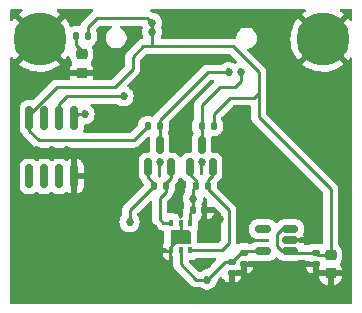
<source format=gbr>
%TF.GenerationSoftware,KiCad,Pcbnew,(6.0.0-0)*%
%TF.CreationDate,2022-03-07T01:14:35-05:00*%
%TF.ProjectId,air_quality,6169725f-7175-4616-9c69-74792e6b6963,rev?*%
%TF.SameCoordinates,Original*%
%TF.FileFunction,Copper,L1,Top*%
%TF.FilePolarity,Positive*%
%FSLAX46Y46*%
G04 Gerber Fmt 4.6, Leading zero omitted, Abs format (unit mm)*
G04 Created by KiCad (PCBNEW (6.0.0-0)) date 2022-03-07 01:14:35*
%MOMM*%
%LPD*%
G01*
G04 APERTURE LIST*
G04 Aperture macros list*
%AMRoundRect*
0 Rectangle with rounded corners*
0 $1 Rounding radius*
0 $2 $3 $4 $5 $6 $7 $8 $9 X,Y pos of 4 corners*
0 Add a 4 corners polygon primitive as box body*
4,1,4,$2,$3,$4,$5,$6,$7,$8,$9,$2,$3,0*
0 Add four circle primitives for the rounded corners*
1,1,$1+$1,$2,$3*
1,1,$1+$1,$4,$5*
1,1,$1+$1,$6,$7*
1,1,$1+$1,$8,$9*
0 Add four rect primitives between the rounded corners*
20,1,$1+$1,$2,$3,$4,$5,0*
20,1,$1+$1,$4,$5,$6,$7,0*
20,1,$1+$1,$6,$7,$8,$9,0*
20,1,$1+$1,$8,$9,$2,$3,0*%
%AMFreePoly0*
4,1,14,0.625035,0.850035,0.625050,0.850000,0.625050,-0.850000,0.625035,-0.850035,0.625000,-0.850050,-0.625000,-0.850050,-0.625035,-0.850035,-0.625050,-0.850000,-0.625050,0.575000,-0.625035,0.575035,-0.350035,0.850036,-0.350000,0.850050,0.625000,0.850050,0.625035,0.850035,0.625035,0.850035,$1*%
G04 Aperture macros list end*
%TA.AperFunction,SMDPad,CuDef*%
%ADD10RoundRect,0.150000X0.512500X0.150000X-0.512500X0.150000X-0.512500X-0.150000X0.512500X-0.150000X0*%
%TD*%
%TA.AperFunction,SMDPad,CuDef*%
%ADD11R,0.400000X0.600000*%
%TD*%
%TA.AperFunction,SMDPad,CuDef*%
%ADD12FreePoly0,270.000000*%
%TD*%
%TA.AperFunction,SMDPad,CuDef*%
%ADD13RoundRect,0.135000X0.135000X0.185000X-0.135000X0.185000X-0.135000X-0.185000X0.135000X-0.185000X0*%
%TD*%
%TA.AperFunction,SMDPad,CuDef*%
%ADD14RoundRect,0.135000X-0.135000X-0.185000X0.135000X-0.185000X0.135000X0.185000X-0.135000X0.185000X0*%
%TD*%
%TA.AperFunction,SMDPad,CuDef*%
%ADD15RoundRect,0.150000X0.150000X-0.587500X0.150000X0.587500X-0.150000X0.587500X-0.150000X-0.587500X0*%
%TD*%
%TA.AperFunction,SMDPad,CuDef*%
%ADD16RoundRect,0.140000X-0.170000X0.140000X-0.170000X-0.140000X0.170000X-0.140000X0.170000X0.140000X0*%
%TD*%
%TA.AperFunction,SMDPad,CuDef*%
%ADD17RoundRect,0.140000X-0.140000X-0.170000X0.140000X-0.170000X0.140000X0.170000X-0.140000X0.170000X0*%
%TD*%
%TA.AperFunction,SMDPad,CuDef*%
%ADD18RoundRect,0.225000X-0.250000X0.225000X-0.250000X-0.225000X0.250000X-0.225000X0.250000X0.225000X0*%
%TD*%
%TA.AperFunction,ComponentPad*%
%ADD19C,4.500000*%
%TD*%
%TA.AperFunction,SMDPad,CuDef*%
%ADD20RoundRect,0.150000X0.150000X-0.825000X0.150000X0.825000X-0.150000X0.825000X-0.150000X-0.825000X0*%
%TD*%
%TA.AperFunction,SMDPad,CuDef*%
%ADD21RoundRect,0.218750X-0.256250X0.218750X-0.256250X-0.218750X0.256250X-0.218750X0.256250X0.218750X0*%
%TD*%
%TA.AperFunction,ViaPad*%
%ADD22C,0.685800*%
%TD*%
%TA.AperFunction,Conductor*%
%ADD23C,0.254000*%
%TD*%
G04 APERTURE END LIST*
D10*
%TO.P,U2,1,VIN*%
%TO.N,/3V3*%
X116199500Y-81976000D03*
%TO.P,U2,2,GND*%
%TO.N,GND*%
X116199500Y-81026000D03*
%TO.P,U2,3,EN*%
%TO.N,/3V3*%
X116199500Y-80076000D03*
%TO.P,U2,4,NC*%
%TO.N,unconnected-(U2-Pad4)*%
X113924500Y-80076000D03*
%TO.P,U2,5,VOUT*%
%TO.N,/1V8*%
X113924500Y-81976000D03*
%TD*%
D11*
%TO.P,U1,1,VDD*%
%TO.N,/1V8*%
X107734000Y-79572000D03*
%TO.P,U1,2,GND*%
%TO.N,GND*%
X106934000Y-79572000D03*
%TO.P,U1,3,SDA*%
%TO.N,/SDA_1V8*%
X106134000Y-79572000D03*
%TO.P,U1,4,R*%
%TO.N,GND*%
X106134000Y-81872000D03*
%TO.P,U1,5,VDDH*%
%TO.N,/1V8*%
X106934000Y-81872000D03*
%TO.P,U1,6,SCL*%
%TO.N,/SCL_1V8*%
X107734000Y-81872000D03*
D12*
%TO.P,U1,7,EPAD*%
%TO.N,GND*%
X106934000Y-80722000D03*
%TD*%
D13*
%TO.P,R5,1*%
%TO.N,/3V3*%
X109730000Y-71374000D03*
%TO.P,R5,2*%
%TO.N,/SCL*%
X108710000Y-71374000D03*
%TD*%
D14*
%TO.P,R4,1*%
%TO.N,/3V3*%
X104138000Y-71374000D03*
%TO.P,R4,2*%
%TO.N,/SDA*%
X105158000Y-71374000D03*
%TD*%
%TO.P,R3,1*%
%TO.N,/1V8*%
X108202000Y-76454000D03*
%TO.P,R3,2*%
%TO.N,/SCL_1V8*%
X109222000Y-76454000D03*
%TD*%
%TO.P,R2,1*%
%TO.N,/1V8*%
X104646000Y-76454000D03*
%TO.P,R2,2*%
%TO.N,/SDA_1V8*%
X105666000Y-76454000D03*
%TD*%
D15*
%TO.P,Q2,1,G*%
%TO.N,/1V8*%
X107762000Y-74851500D03*
%TO.P,Q2,2,S*%
%TO.N,/SCL_1V8*%
X109662000Y-74851500D03*
%TO.P,Q2,3,D*%
%TO.N,/SCL*%
X108712000Y-72976500D03*
%TD*%
%TO.P,Q1,1,G*%
%TO.N,/1V8*%
X104206000Y-74851500D03*
%TO.P,Q1,2,S*%
%TO.N,/SDA_1V8*%
X106106000Y-74851500D03*
%TO.P,Q1,3,D*%
%TO.N,/SDA*%
X105156000Y-72976500D03*
%TD*%
D16*
%TO.P,C5,2*%
%TO.N,GND*%
X112268000Y-83030000D03*
%TO.P,C5,1*%
%TO.N,/1V8*%
X112268000Y-82070000D03*
%TD*%
%TO.P,C4,1*%
%TO.N,/1V8*%
X111252000Y-82832000D03*
%TO.P,C4,2*%
%TO.N,GND*%
X111252000Y-83792000D03*
%TD*%
%TO.P,C3,1*%
%TO.N,/3V3*%
X118364000Y-82098000D03*
%TO.P,C3,2*%
%TO.N,GND*%
X118364000Y-83058000D03*
%TD*%
D17*
%TO.P,C2,1*%
%TO.N,/1V8*%
X107978000Y-78486000D03*
%TO.P,C2,2*%
%TO.N,GND*%
X108938000Y-78486000D03*
%TD*%
D18*
%TO.P,C1,1*%
%TO.N,/3V3*%
X119634000Y-82283000D03*
%TO.P,C1,2*%
%TO.N,GND*%
X119634000Y-83833000D03*
%TD*%
D19*
%TO.P,H1,1,1*%
%TO.N,GND*%
X95000000Y-64000000D03*
%TD*%
%TO.P,H2,1,1*%
%TO.N,GND*%
X119000000Y-64000000D03*
%TD*%
D13*
%TO.P,R1,1*%
%TO.N,/3V3*%
X99062000Y-63754000D03*
%TO.P,R1,2*%
%TO.N,Net-(D1-Pad2)*%
X98042000Y-63754000D03*
%TD*%
D20*
%TO.P,U4,1,E0*%
%TO.N,unconnected-(U4-Pad1)*%
X94107000Y-75627000D03*
%TO.P,U4,2,E1*%
%TO.N,unconnected-(U4-Pad2)*%
X95377000Y-75627000D03*
%TO.P,U4,3,E2*%
%TO.N,unconnected-(U4-Pad3)*%
X96647000Y-75627000D03*
%TO.P,U4,4,VSS*%
%TO.N,GND*%
X97917000Y-75627000D03*
%TO.P,U4,5,SDA*%
%TO.N,/SDA_EEPROM*%
X97917000Y-70677000D03*
%TO.P,U4,6,SCL*%
%TO.N,/SCL_EEPROM*%
X96647000Y-70677000D03*
%TO.P,U4,7,~{WC}*%
%TO.N,unconnected-(U4-Pad7)*%
X95377000Y-70677000D03*
%TO.P,U4,8,VCC*%
%TO.N,/3V3*%
X94107000Y-70677000D03*
%TD*%
D21*
%TO.P,D1,1,K*%
%TO.N,GND*%
X98552000Y-66827500D03*
%TO.P,D1,2,A*%
%TO.N,Net-(D1-Pad2)*%
X98552000Y-65252500D03*
%TD*%
D22*
%TO.N,/SCL*%
X112014000Y-66802000D03*
%TO.N,GND*%
X116332000Y-83820000D03*
X114046000Y-83820000D03*
X116332000Y-70104000D03*
X118364000Y-72136000D03*
X108712000Y-74422000D03*
X105156000Y-74422000D03*
X103886000Y-69850000D03*
X107696000Y-70104000D03*
X106426000Y-71120000D03*
X105410000Y-68834000D03*
X101092000Y-75184000D03*
X99822000Y-71628000D03*
X102108000Y-71628000D03*
X118364000Y-80010000D03*
X118364000Y-77978000D03*
X116332000Y-77978000D03*
X112268000Y-77978000D03*
X112268000Y-70104000D03*
X112268000Y-72136000D03*
X112268000Y-74168000D03*
X114300000Y-74168000D03*
X112268000Y-76200000D03*
X116332000Y-76200000D03*
X114300000Y-77978000D03*
X114300000Y-76200000D03*
X109220000Y-83058000D03*
X110236000Y-79248000D03*
X109220000Y-80264000D03*
X106934000Y-76454000D03*
X106426000Y-78232000D03*
X104648000Y-80010000D03*
X104648000Y-81280000D03*
X104648000Y-82550000D03*
%TO.N,/1V8*%
X102616000Y-79502000D03*
X109192000Y-84356000D03*
X107978000Y-77498000D03*
%TO.N,/SDA*%
X110998000Y-66802000D03*
%TO.N,GND*%
X96012000Y-73406000D03*
X104013000Y-66675000D03*
X104013000Y-67564000D03*
X97282000Y-73406000D03*
X94742000Y-73406000D03*
X104013000Y-65786000D03*
%TO.N,/3V3*%
X104496500Y-63397500D03*
X104496500Y-62635500D03*
%TO.N,/SDA_EEPROM*%
X98806000Y-70358000D03*
%TO.N,/SCL_EEPROM*%
X102108000Y-68834000D03*
%TD*%
D23*
%TO.N,/SCL*%
X112014000Y-67564000D02*
X112014000Y-66802000D01*
%TO.N,GND*%
X106934000Y-79572000D02*
X106934000Y-80722000D01*
X106134000Y-81872000D02*
X106134000Y-81522000D01*
X106134000Y-81522000D02*
X106934000Y-80722000D01*
%TO.N,/3V3*%
X94107000Y-70677000D02*
X94107000Y-71755000D01*
X94107000Y-71755000D02*
X94907589Y-72555589D01*
X94907589Y-72555589D02*
X102956411Y-72555589D01*
X102956411Y-72555589D02*
X104138000Y-71374000D01*
%TO.N,/1V8*%
X102616000Y-79502000D02*
X102616000Y-78484000D01*
X102616000Y-78484000D02*
X104646000Y-76454000D01*
%TO.N,/SDA*%
X105158000Y-71374000D02*
X105158000Y-70864000D01*
X105158000Y-70864000D02*
X109220000Y-66802000D01*
X109220000Y-66802000D02*
X110998000Y-66802000D01*
%TO.N,/SCL*%
X112014000Y-67564000D02*
X111506000Y-68072000D01*
X110236000Y-68072000D02*
X108710000Y-69598000D01*
X108710000Y-69598000D02*
X108710000Y-71374000D01*
X111506000Y-68072000D02*
X110236000Y-68072000D01*
%TO.N,/3V3*%
X113157000Y-68961000D02*
X111125000Y-68961000D01*
X113157000Y-68961000D02*
X113538000Y-68580000D01*
X109728000Y-70358000D02*
X109728000Y-71372000D01*
X111125000Y-68961000D02*
X109728000Y-70358000D01*
X109728000Y-71372000D02*
X109730000Y-71374000D01*
%TO.N,/1V8*%
X111252000Y-82832000D02*
X110716000Y-82832000D01*
X110716000Y-82832000D02*
X109192000Y-84356000D01*
X112268000Y-82070000D02*
X112014000Y-82070000D01*
X112014000Y-82070000D02*
X111252000Y-82832000D01*
%TO.N,/3V3*%
X113538000Y-68580000D02*
X113538000Y-70612000D01*
X113538000Y-70612000D02*
X119634000Y-76708000D01*
X119634000Y-76708000D02*
X119634000Y-82283000D01*
X116199500Y-81976000D02*
X115504000Y-81976000D01*
X115504000Y-81976000D02*
X115062000Y-81534000D01*
X115062000Y-81534000D02*
X115062000Y-80518000D01*
X115062000Y-80518000D02*
X115504000Y-80076000D01*
X115504000Y-80076000D02*
X116199500Y-80076000D01*
X118364000Y-82098000D02*
X116321500Y-82098000D01*
X116321500Y-82098000D02*
X116199500Y-81976000D01*
X119634000Y-82283000D02*
X118549000Y-82283000D01*
X118549000Y-82283000D02*
X118364000Y-82098000D01*
%TO.N,/SDA_1V8*%
X106134000Y-79572000D02*
X105480000Y-79572000D01*
X105480000Y-79572000D02*
X105156000Y-79248000D01*
X105156000Y-79248000D02*
X105156000Y-77470000D01*
X105156000Y-77470000D02*
X105666000Y-76960000D01*
X105666000Y-76960000D02*
X105666000Y-76454000D01*
%TO.N,/1V8*%
X109192000Y-84356000D02*
X108232000Y-84356000D01*
X108232000Y-84356000D02*
X106934000Y-83058000D01*
X106934000Y-83058000D02*
X106934000Y-81872000D01*
X113924500Y-81976000D02*
X112362000Y-81976000D01*
X112362000Y-81976000D02*
X112268000Y-82070000D01*
%TO.N,/SCL_1V8*%
X107734000Y-81872000D02*
X110406000Y-81872000D01*
X110406000Y-81872000D02*
X110998000Y-81280000D01*
X110998000Y-81280000D02*
X110998000Y-78486000D01*
X110998000Y-78486000D02*
X109222000Y-76710000D01*
X109222000Y-76710000D02*
X109222000Y-76454000D01*
%TO.N,/1V8*%
X107978000Y-78486000D02*
X107978000Y-76678000D01*
X107978000Y-76678000D02*
X108202000Y-76454000D01*
X107734000Y-79572000D02*
X107734000Y-78730000D01*
X107734000Y-78730000D02*
X107978000Y-78486000D01*
%TO.N,/SCL_1V8*%
X109662000Y-75504000D02*
X109220000Y-75946000D01*
X109662000Y-74851500D02*
X109662000Y-75504000D01*
X109220000Y-75946000D02*
X109220000Y-76452000D01*
X109220000Y-76452000D02*
X109222000Y-76454000D01*
%TO.N,/1V8*%
X107762000Y-75504000D02*
X108204000Y-75946000D01*
X107762000Y-74851500D02*
X107762000Y-75504000D01*
X108204000Y-76452000D02*
X108202000Y-76454000D01*
X108204000Y-75946000D02*
X108204000Y-76452000D01*
%TO.N,/SDA_1V8*%
X106106000Y-74851500D02*
X106106000Y-75758000D01*
X106106000Y-75758000D02*
X105666000Y-76198000D01*
X105666000Y-76198000D02*
X105666000Y-76454000D01*
%TO.N,/1V8*%
X104206000Y-74851500D02*
X104206000Y-75758000D01*
X104646000Y-76198000D02*
X104646000Y-76454000D01*
X104206000Y-75758000D02*
X104646000Y-76198000D01*
%TO.N,/SCL*%
X108712000Y-72976500D02*
X108712000Y-71376000D01*
X108712000Y-71376000D02*
X108710000Y-71374000D01*
%TO.N,/SDA*%
X105156000Y-72976500D02*
X105156000Y-71376000D01*
X105156000Y-71376000D02*
X105158000Y-71374000D01*
%TO.N,/3V3*%
X101346000Y-68072000D02*
X101981000Y-67437000D01*
X101981000Y-67437000D02*
X102235000Y-67183000D01*
X113538000Y-66802000D02*
X113538000Y-68580000D01*
X102235000Y-67183000D02*
X102870000Y-66548000D01*
%TO.N,Net-(D1-Pad2)*%
X98042000Y-64514000D02*
X98042000Y-63754000D01*
X98552000Y-65024000D02*
X98042000Y-64514000D01*
X98552000Y-65252500D02*
X98552000Y-65024000D01*
%TO.N,/3V3*%
X103783500Y-64618500D02*
X104496500Y-64618500D01*
X104496500Y-62635500D02*
X104091000Y-62230000D01*
X104496500Y-64159500D02*
X104496500Y-64618500D01*
X102870000Y-66548000D02*
X102870000Y-65532000D01*
X99822000Y-62230000D02*
X99062000Y-62990000D01*
X111354500Y-64618500D02*
X113538000Y-66802000D01*
X104496500Y-63397500D02*
X104496500Y-62635500D01*
X99062000Y-62990000D02*
X99062000Y-63754000D01*
X104496500Y-64159500D02*
X104496500Y-63397500D01*
X94107000Y-70677000D02*
X94107000Y-70401337D01*
X104091000Y-62230000D02*
X99822000Y-62230000D01*
X102870000Y-65532000D02*
X103783500Y-64618500D01*
X96436337Y-68072000D02*
X101346000Y-68072000D01*
X104496500Y-64618500D02*
X111354500Y-64618500D01*
X94107000Y-70401337D02*
X96436337Y-68072000D01*
%TO.N,/SDA_EEPROM*%
X98806000Y-70358000D02*
X98236000Y-70358000D01*
X98236000Y-70358000D02*
X97917000Y-70677000D01*
%TO.N,/SCL_EEPROM*%
X97282000Y-68834000D02*
X96647000Y-69469000D01*
X102108000Y-68834000D02*
X97282000Y-68834000D01*
X96647000Y-69469000D02*
X96647000Y-70677000D01*
%TD*%
%TA.AperFunction,Conductor*%
%TO.N,GND*%
G36*
X93508556Y-61466002D02*
G01*
X93555049Y-61519658D01*
X93565153Y-61589932D01*
X93535659Y-61654512D01*
X93504858Y-61680285D01*
X93450196Y-61712805D01*
X93443945Y-61717053D01*
X93250733Y-61866115D01*
X93242267Y-61877773D01*
X93248871Y-61889661D01*
X94987188Y-63627978D01*
X95001132Y-63635592D01*
X95002965Y-63635461D01*
X95009580Y-63631210D01*
X96750162Y-61890628D01*
X96757174Y-61877787D01*
X96749379Y-61867098D01*
X96579886Y-61733481D01*
X96573663Y-61729156D01*
X96492326Y-61679605D01*
X96444557Y-61627082D01*
X96432767Y-61557071D01*
X96460699Y-61491800D01*
X96519485Y-61451992D01*
X96557879Y-61446000D01*
X99432118Y-61446000D01*
X99500239Y-61466002D01*
X99546732Y-61519658D01*
X99556836Y-61589932D01*
X99527342Y-61654512D01*
X99506180Y-61673935D01*
X99477519Y-61694759D01*
X99467595Y-61701278D01*
X99436224Y-61719830D01*
X99436219Y-61719834D01*
X99429401Y-61723866D01*
X99415014Y-61738253D01*
X99399980Y-61751094D01*
X99383513Y-61763058D01*
X99378460Y-61769166D01*
X99355228Y-61797249D01*
X99347238Y-61806029D01*
X98668517Y-62484750D01*
X98660191Y-62492326D01*
X98653697Y-62496447D01*
X98648274Y-62502222D01*
X98606915Y-62546265D01*
X98604160Y-62549107D01*
X98584361Y-62568906D01*
X98581937Y-62572031D01*
X98581929Y-62572040D01*
X98581863Y-62572126D01*
X98574155Y-62581151D01*
X98543783Y-62613494D01*
X98539965Y-62620438D01*
X98539964Y-62620440D01*
X98533978Y-62631329D01*
X98523127Y-62647847D01*
X98510650Y-62663933D01*
X98493024Y-62704666D01*
X98487807Y-62715314D01*
X98466431Y-62754197D01*
X98464460Y-62761872D01*
X98464458Y-62761878D01*
X98461369Y-62773911D01*
X98454966Y-62792613D01*
X98446883Y-62811292D01*
X98445644Y-62819114D01*
X98445643Y-62819118D01*
X98444104Y-62828838D01*
X98413692Y-62892991D01*
X98353425Y-62930518D01*
X98291191Y-62930161D01*
X98290979Y-62931323D01*
X98284643Y-62930165D01*
X98278466Y-62928371D01*
X98272059Y-62927867D01*
X98272055Y-62927866D01*
X98244444Y-62925693D01*
X98244438Y-62925693D01*
X98241989Y-62925500D01*
X98042122Y-62925500D01*
X97842012Y-62925501D01*
X97805534Y-62928371D01*
X97765562Y-62939984D01*
X97677727Y-62965502D01*
X97606730Y-62965299D01*
X97547114Y-62926745D01*
X97527602Y-62896055D01*
X97450172Y-62723363D01*
X97446655Y-62716636D01*
X97279054Y-62438252D01*
X97274757Y-62431999D01*
X97133617Y-62251022D01*
X97121823Y-62242551D01*
X97110113Y-62249097D01*
X95372022Y-63987188D01*
X95364408Y-64001132D01*
X95364539Y-64002965D01*
X95368790Y-64009580D01*
X97108825Y-65749615D01*
X97121948Y-65756781D01*
X97132250Y-65749391D01*
X97241429Y-65615285D01*
X97245842Y-65609144D01*
X97336608Y-65465287D01*
X97389874Y-65418349D01*
X97460062Y-65407659D01*
X97524886Y-65436613D01*
X97563766Y-65496018D01*
X97567934Y-65519631D01*
X97568500Y-65519572D01*
X97579022Y-65620982D01*
X97632692Y-65781849D01*
X97721929Y-65926055D01*
X97727107Y-65931224D01*
X97747159Y-65951241D01*
X97781238Y-66013523D01*
X97776235Y-66084343D01*
X97747314Y-66129432D01*
X97726702Y-66150080D01*
X97717690Y-66161491D01*
X97636447Y-66293291D01*
X97630303Y-66306468D01*
X97581421Y-66453843D01*
X97578555Y-66467210D01*
X97569386Y-66556700D01*
X97573475Y-66570624D01*
X97574865Y-66571829D01*
X97582548Y-66573500D01*
X99516885Y-66573500D01*
X99532124Y-66569025D01*
X99533329Y-66567635D01*
X99534842Y-66560679D01*
X99534663Y-66557218D01*
X99525196Y-66465979D01*
X99522303Y-66452583D01*
X99473170Y-66305313D01*
X99466996Y-66292134D01*
X99385530Y-66160486D01*
X99376494Y-66149085D01*
X99356842Y-66129467D01*
X99322763Y-66067184D01*
X99327766Y-65996364D01*
X99356686Y-65951277D01*
X99377692Y-65930234D01*
X99382864Y-65925053D01*
X99471849Y-65780692D01*
X99525238Y-65619731D01*
X99535500Y-65519572D01*
X99535500Y-64985428D01*
X99524978Y-64884018D01*
X99471308Y-64723151D01*
X99467458Y-64716929D01*
X99467454Y-64716921D01*
X99448910Y-64686953D01*
X99430073Y-64618501D01*
X99451235Y-64550732D01*
X99491916Y-64512198D01*
X99587720Y-64455540D01*
X99594541Y-64451506D01*
X99709506Y-64336541D01*
X99792269Y-64196596D01*
X99808831Y-64139591D01*
X99835834Y-64046644D01*
X99837629Y-64040466D01*
X99838578Y-64028419D01*
X99840307Y-64006444D01*
X99840307Y-64006438D01*
X99840500Y-64003989D01*
X99840499Y-63504012D01*
X99837629Y-63467534D01*
X99792269Y-63311404D01*
X99785182Y-63299420D01*
X99767725Y-63230603D01*
X99790244Y-63163272D01*
X99804543Y-63146189D01*
X100048327Y-62902405D01*
X100110639Y-62868379D01*
X100137422Y-62865500D01*
X101020069Y-62865500D01*
X101088190Y-62885502D01*
X101134683Y-62939158D01*
X101144787Y-63009432D01*
X101115293Y-63074012D01*
X101083070Y-63100619D01*
X100950376Y-63177229D01*
X100945469Y-63181647D01*
X100945468Y-63181648D01*
X100896130Y-63226073D01*
X100811579Y-63302203D01*
X100701798Y-63453303D01*
X100699114Y-63459331D01*
X100699113Y-63459333D01*
X100644601Y-63581770D01*
X100625832Y-63623926D01*
X100587000Y-63806615D01*
X100587000Y-63993385D01*
X100588372Y-63999837D01*
X100588372Y-63999842D01*
X100599753Y-64053383D01*
X100625832Y-64176074D01*
X100628517Y-64182104D01*
X100628517Y-64182105D01*
X100684097Y-64306939D01*
X100701798Y-64346697D01*
X100705678Y-64352038D01*
X100705679Y-64352039D01*
X100773873Y-64445900D01*
X100811579Y-64497797D01*
X100816481Y-64502210D01*
X100816482Y-64502212D01*
X100945468Y-64618352D01*
X100950376Y-64622771D01*
X100956097Y-64626074D01*
X100970839Y-64634585D01*
X101112124Y-64716156D01*
X101155021Y-64730094D01*
X101283474Y-64771831D01*
X101283475Y-64771831D01*
X101289753Y-64773871D01*
X101296316Y-64774561D01*
X101296317Y-64774561D01*
X101319097Y-64776955D01*
X101428937Y-64788500D01*
X101522063Y-64788500D01*
X101631903Y-64776955D01*
X101654683Y-64774561D01*
X101654684Y-64774561D01*
X101661247Y-64773871D01*
X101667525Y-64771831D01*
X101667526Y-64771831D01*
X101795979Y-64730094D01*
X101838876Y-64716156D01*
X101980162Y-64634585D01*
X101994903Y-64626074D01*
X102000624Y-64622771D01*
X102005532Y-64618352D01*
X102134518Y-64502212D01*
X102134519Y-64502210D01*
X102139421Y-64497797D01*
X102177127Y-64445900D01*
X102245321Y-64352039D01*
X102245322Y-64352038D01*
X102249202Y-64346697D01*
X102266904Y-64306939D01*
X102322483Y-64182105D01*
X102322483Y-64182104D01*
X102325168Y-64176074D01*
X102351247Y-64053383D01*
X102362628Y-63999842D01*
X102362628Y-63999837D01*
X102364000Y-63993385D01*
X102364000Y-63806615D01*
X102325168Y-63623926D01*
X102306399Y-63581770D01*
X102251887Y-63459333D01*
X102251886Y-63459331D01*
X102249202Y-63453303D01*
X102139421Y-63302203D01*
X102054871Y-63226073D01*
X102005532Y-63181648D01*
X102005531Y-63181647D01*
X102000624Y-63177229D01*
X101867931Y-63100619D01*
X101818938Y-63049237D01*
X101805502Y-62979523D01*
X101831888Y-62913612D01*
X101889720Y-62872430D01*
X101930931Y-62865500D01*
X103584472Y-62865500D01*
X103652593Y-62885502D01*
X103699086Y-62939158D01*
X103704305Y-62952564D01*
X103712428Y-62977564D01*
X103712428Y-63055436D01*
X103671420Y-63181648D01*
X103659118Y-63219509D01*
X103658428Y-63226072D01*
X103658428Y-63226073D01*
X103649459Y-63311404D01*
X103640410Y-63397500D01*
X103659118Y-63575491D01*
X103714423Y-63745703D01*
X103717726Y-63751425D01*
X103717727Y-63751426D01*
X103748330Y-63804432D01*
X103765068Y-63873428D01*
X103741847Y-63940519D01*
X103686040Y-63984406D01*
X103674371Y-63988427D01*
X103663758Y-63991511D01*
X103644388Y-63995523D01*
X103632060Y-63997080D01*
X103632058Y-63997080D01*
X103624201Y-63998073D01*
X103616837Y-64000989D01*
X103616832Y-64000990D01*
X103582944Y-64014407D01*
X103571715Y-64018252D01*
X103555611Y-64022931D01*
X103529107Y-64030631D01*
X103522280Y-64034669D01*
X103522277Y-64034670D01*
X103511594Y-64040988D01*
X103493836Y-64049688D01*
X103482285Y-64054261D01*
X103482279Y-64054265D01*
X103474912Y-64057181D01*
X103468501Y-64061839D01*
X103468499Y-64061840D01*
X103439012Y-64083264D01*
X103429090Y-64089781D01*
X103397732Y-64108326D01*
X103397728Y-64108329D01*
X103390902Y-64112366D01*
X103376518Y-64126750D01*
X103361484Y-64139591D01*
X103345013Y-64151558D01*
X103324732Y-64176074D01*
X103316727Y-64185750D01*
X103308737Y-64194531D01*
X102476512Y-65026755D01*
X102468193Y-65034325D01*
X102461697Y-65038447D01*
X102456271Y-65044225D01*
X102456270Y-65044226D01*
X102414915Y-65088265D01*
X102412160Y-65091107D01*
X102392361Y-65110906D01*
X102389937Y-65114031D01*
X102389929Y-65114040D01*
X102389863Y-65114126D01*
X102382155Y-65123151D01*
X102351783Y-65155494D01*
X102347965Y-65162438D01*
X102347964Y-65162440D01*
X102341978Y-65173329D01*
X102331127Y-65189847D01*
X102318650Y-65205933D01*
X102301024Y-65246666D01*
X102295807Y-65257314D01*
X102274431Y-65296197D01*
X102272460Y-65303872D01*
X102272458Y-65303878D01*
X102269369Y-65315911D01*
X102262966Y-65334613D01*
X102254883Y-65353292D01*
X102253644Y-65361117D01*
X102247940Y-65397127D01*
X102245535Y-65408740D01*
X102234500Y-65451718D01*
X102234500Y-65472065D01*
X102232949Y-65491776D01*
X102229765Y-65511879D01*
X102230511Y-65519771D01*
X102233941Y-65556056D01*
X102234500Y-65567914D01*
X102234500Y-66232577D01*
X102214498Y-66300698D01*
X102197595Y-66321672D01*
X101119672Y-67399595D01*
X101057360Y-67433621D01*
X101030577Y-67436500D01*
X99619062Y-67436500D01*
X99550941Y-67416498D01*
X99504448Y-67362842D01*
X99494344Y-67292568D01*
X99499469Y-67270834D01*
X99522578Y-67201160D01*
X99525445Y-67187790D01*
X99534614Y-67098300D01*
X99530525Y-67084376D01*
X99529135Y-67083171D01*
X99521452Y-67081500D01*
X97587115Y-67081500D01*
X97571876Y-67085975D01*
X97570671Y-67087365D01*
X97569158Y-67094321D01*
X97569337Y-67097782D01*
X97578804Y-67189021D01*
X97581697Y-67202417D01*
X97604453Y-67270624D01*
X97607037Y-67341573D01*
X97570854Y-67402657D01*
X97507390Y-67434482D01*
X97484929Y-67436500D01*
X96515369Y-67436500D01*
X96504130Y-67435970D01*
X96496618Y-67434291D01*
X96488693Y-67434540D01*
X96488692Y-67434540D01*
X96428307Y-67436438D01*
X96424349Y-67436500D01*
X96396354Y-67436500D01*
X96392420Y-67436997D01*
X96392418Y-67436997D01*
X96392331Y-67437008D01*
X96380497Y-67437940D01*
X96336132Y-67439335D01*
X96328519Y-67441547D01*
X96328518Y-67441547D01*
X96316589Y-67445013D01*
X96297225Y-67449023D01*
X96284897Y-67450580D01*
X96284895Y-67450580D01*
X96277038Y-67451573D01*
X96269674Y-67454489D01*
X96269669Y-67454490D01*
X96235781Y-67467907D01*
X96224552Y-67471752D01*
X96215421Y-67474405D01*
X96181944Y-67484131D01*
X96175117Y-67488169D01*
X96175114Y-67488170D01*
X96164431Y-67494488D01*
X96146673Y-67503188D01*
X96135122Y-67507761D01*
X96135116Y-67507765D01*
X96127749Y-67510681D01*
X96095611Y-67534031D01*
X96091849Y-67536764D01*
X96081927Y-67543281D01*
X96050569Y-67561826D01*
X96050565Y-67561829D01*
X96043739Y-67565866D01*
X96029355Y-67580250D01*
X96014321Y-67593091D01*
X95997850Y-67605058D01*
X95992797Y-67611166D01*
X95969560Y-67639255D01*
X95961570Y-67648035D01*
X94450423Y-69159182D01*
X94388111Y-69193208D01*
X94351442Y-69195699D01*
X94325958Y-69193693D01*
X94325950Y-69193693D01*
X94323502Y-69193500D01*
X93890498Y-69193500D01*
X93888050Y-69193693D01*
X93888042Y-69193693D01*
X93859579Y-69195933D01*
X93859574Y-69195934D01*
X93853169Y-69196438D01*
X93766925Y-69221494D01*
X93701012Y-69240643D01*
X93701010Y-69240644D01*
X93693399Y-69242855D01*
X93686572Y-69246892D01*
X93686573Y-69246892D01*
X93557020Y-69323509D01*
X93557017Y-69323511D01*
X93550193Y-69327547D01*
X93432547Y-69445193D01*
X93428511Y-69452017D01*
X93428509Y-69452020D01*
X93374225Y-69543810D01*
X93347855Y-69588399D01*
X93301438Y-69748169D01*
X93298500Y-69785498D01*
X93298500Y-71568502D01*
X93301438Y-71605831D01*
X93347855Y-71765601D01*
X93351892Y-71772427D01*
X93428509Y-71901980D01*
X93428511Y-71901983D01*
X93432547Y-71908807D01*
X93493361Y-71969621D01*
X93518190Y-72006156D01*
X93519131Y-72009393D01*
X93523163Y-72016211D01*
X93523166Y-72016217D01*
X93529488Y-72026906D01*
X93538188Y-72044664D01*
X93542761Y-72056215D01*
X93542765Y-72056221D01*
X93545681Y-72063588D01*
X93550339Y-72069999D01*
X93550340Y-72070001D01*
X93571764Y-72099488D01*
X93578281Y-72109410D01*
X93596826Y-72140768D01*
X93596829Y-72140772D01*
X93600866Y-72147598D01*
X93615250Y-72161982D01*
X93628091Y-72177016D01*
X93640058Y-72193487D01*
X93672264Y-72220130D01*
X93674250Y-72221773D01*
X93683031Y-72229763D01*
X94402344Y-72949077D01*
X94409914Y-72957396D01*
X94414036Y-72963892D01*
X94419814Y-72969318D01*
X94419815Y-72969319D01*
X94463854Y-73010674D01*
X94466696Y-73013429D01*
X94486495Y-73033228D01*
X94489620Y-73035652D01*
X94489629Y-73035660D01*
X94489715Y-73035726D01*
X94498740Y-73043434D01*
X94531083Y-73073806D01*
X94538027Y-73077624D01*
X94538029Y-73077625D01*
X94548918Y-73083611D01*
X94565436Y-73094462D01*
X94581522Y-73106939D01*
X94622255Y-73124565D01*
X94632903Y-73129782D01*
X94644531Y-73136174D01*
X94671786Y-73151158D01*
X94679461Y-73153129D01*
X94679467Y-73153131D01*
X94691500Y-73156220D01*
X94710202Y-73162623D01*
X94728881Y-73170706D01*
X94762407Y-73176016D01*
X94772716Y-73177649D01*
X94784329Y-73180054D01*
X94827307Y-73191089D01*
X94847654Y-73191089D01*
X94867366Y-73192640D01*
X94887468Y-73195824D01*
X94895360Y-73195078D01*
X94931645Y-73191648D01*
X94943503Y-73191089D01*
X102877391Y-73191089D01*
X102888625Y-73191619D01*
X102896130Y-73193297D01*
X102964423Y-73191151D01*
X102968380Y-73191089D01*
X102996394Y-73191089D01*
X103000319Y-73190593D01*
X103000320Y-73190593D01*
X103000415Y-73190581D01*
X103012260Y-73189648D01*
X103042081Y-73188711D01*
X103048693Y-73188503D01*
X103048694Y-73188503D01*
X103056616Y-73188254D01*
X103076160Y-73182576D01*
X103095523Y-73178566D01*
X103107851Y-73177009D01*
X103107853Y-73177009D01*
X103115710Y-73176016D01*
X103123074Y-73173100D01*
X103123079Y-73173099D01*
X103156967Y-73159682D01*
X103168196Y-73155837D01*
X103184876Y-73150991D01*
X103210804Y-73143458D01*
X103217631Y-73139420D01*
X103217634Y-73139419D01*
X103228317Y-73133101D01*
X103246075Y-73124401D01*
X103257626Y-73119828D01*
X103257632Y-73119824D01*
X103264999Y-73116908D01*
X103274388Y-73110087D01*
X103300899Y-73090825D01*
X103310821Y-73084308D01*
X103342179Y-73065763D01*
X103342183Y-73065760D01*
X103349009Y-73061723D01*
X103363393Y-73047339D01*
X103378427Y-73034498D01*
X103388484Y-73027191D01*
X103394898Y-73022531D01*
X103423189Y-72988333D01*
X103431178Y-72979554D01*
X104132405Y-72278327D01*
X104194717Y-72244301D01*
X104265532Y-72249366D01*
X104322368Y-72291913D01*
X104347179Y-72358433D01*
X104347500Y-72367422D01*
X104347500Y-73479500D01*
X104327498Y-73547621D01*
X104273842Y-73594114D01*
X104221500Y-73605500D01*
X103989498Y-73605500D01*
X103987050Y-73605693D01*
X103987042Y-73605693D01*
X103958579Y-73607933D01*
X103958574Y-73607934D01*
X103952169Y-73608438D01*
X103852231Y-73637472D01*
X103800012Y-73652643D01*
X103800010Y-73652644D01*
X103792399Y-73654855D01*
X103785572Y-73658892D01*
X103785573Y-73658892D01*
X103656020Y-73735509D01*
X103656017Y-73735511D01*
X103649193Y-73739547D01*
X103531547Y-73857193D01*
X103527511Y-73864017D01*
X103527509Y-73864020D01*
X103486453Y-73933443D01*
X103446855Y-74000399D01*
X103400438Y-74160169D01*
X103399934Y-74166574D01*
X103399933Y-74166579D01*
X103398003Y-74191107D01*
X103397500Y-74197498D01*
X103397500Y-75505502D01*
X103400438Y-75542831D01*
X103427902Y-75637365D01*
X103438468Y-75673731D01*
X103446855Y-75702601D01*
X103450892Y-75709427D01*
X103527509Y-75838980D01*
X103527511Y-75838983D01*
X103531547Y-75845807D01*
X103556545Y-75870805D01*
X103583526Y-75918110D01*
X103585573Y-75917300D01*
X103601907Y-75958556D01*
X103605752Y-75969785D01*
X103618131Y-76012393D01*
X103622169Y-76019220D01*
X103622170Y-76019223D01*
X103628488Y-76029906D01*
X103637188Y-76047664D01*
X103641761Y-76059215D01*
X103641765Y-76059221D01*
X103644681Y-76066588D01*
X103649339Y-76072999D01*
X103649340Y-76073001D01*
X103670764Y-76102488D01*
X103677281Y-76112410D01*
X103695826Y-76143768D01*
X103695829Y-76143772D01*
X103699866Y-76150598D01*
X103714250Y-76164982D01*
X103727091Y-76180016D01*
X103739058Y-76196487D01*
X103745166Y-76201540D01*
X103773249Y-76224772D01*
X103782029Y-76232762D01*
X103786172Y-76236905D01*
X103820198Y-76299217D01*
X103815133Y-76370032D01*
X103786172Y-76415095D01*
X102222517Y-77978750D01*
X102214191Y-77986326D01*
X102207697Y-77990447D01*
X102202274Y-77996222D01*
X102160915Y-78040265D01*
X102158160Y-78043107D01*
X102138361Y-78062906D01*
X102135937Y-78066031D01*
X102135929Y-78066040D01*
X102135863Y-78066126D01*
X102128155Y-78075151D01*
X102097783Y-78107494D01*
X102093965Y-78114438D01*
X102093964Y-78114440D01*
X102087978Y-78125329D01*
X102077127Y-78141847D01*
X102064650Y-78157933D01*
X102047024Y-78198666D01*
X102041807Y-78209314D01*
X102020431Y-78248197D01*
X102018460Y-78255872D01*
X102018458Y-78255878D01*
X102015369Y-78267911D01*
X102008966Y-78286613D01*
X102000883Y-78305292D01*
X101999644Y-78313117D01*
X101993940Y-78349127D01*
X101991535Y-78360740D01*
X101980500Y-78403718D01*
X101980500Y-78424065D01*
X101978949Y-78443776D01*
X101977122Y-78455314D01*
X101975765Y-78463879D01*
X101976511Y-78471771D01*
X101979941Y-78508056D01*
X101980500Y-78519914D01*
X101980500Y-78887031D01*
X101960498Y-78955152D01*
X101948142Y-78971335D01*
X101923409Y-78998803D01*
X101833923Y-79153797D01*
X101831881Y-79160082D01*
X101790324Y-79287983D01*
X101778618Y-79324009D01*
X101759910Y-79502000D01*
X101760600Y-79508565D01*
X101777570Y-79670016D01*
X101778618Y-79679991D01*
X101780658Y-79686269D01*
X101780658Y-79686270D01*
X101791150Y-79718561D01*
X101833923Y-79850203D01*
X101837226Y-79855925D01*
X101837227Y-79855926D01*
X101868832Y-79910668D01*
X101923409Y-80005197D01*
X101927827Y-80010104D01*
X101927828Y-80010105D01*
X102029793Y-80123349D01*
X102043164Y-80138199D01*
X102048506Y-80142080D01*
X102048508Y-80142082D01*
X102175807Y-80234570D01*
X102187955Y-80243396D01*
X102193983Y-80246080D01*
X102193985Y-80246081D01*
X102345423Y-80313505D01*
X102351454Y-80316190D01*
X102438984Y-80334795D01*
X102520057Y-80352028D01*
X102520061Y-80352028D01*
X102526514Y-80353400D01*
X102705486Y-80353400D01*
X102711939Y-80352028D01*
X102711943Y-80352028D01*
X102793016Y-80334795D01*
X102880546Y-80316190D01*
X102886577Y-80313505D01*
X103038015Y-80246081D01*
X103038017Y-80246080D01*
X103044045Y-80243396D01*
X103056193Y-80234570D01*
X103183492Y-80142082D01*
X103183494Y-80142080D01*
X103188836Y-80138199D01*
X103202207Y-80123349D01*
X103304172Y-80010105D01*
X103304173Y-80010104D01*
X103308591Y-80005197D01*
X103363168Y-79910668D01*
X103394773Y-79855926D01*
X103394774Y-79855925D01*
X103398077Y-79850203D01*
X103440850Y-79718561D01*
X103451342Y-79686270D01*
X103451342Y-79686269D01*
X103453382Y-79679991D01*
X103454431Y-79670016D01*
X103471400Y-79508565D01*
X103472090Y-79502000D01*
X103453382Y-79324009D01*
X103441677Y-79287983D01*
X103400119Y-79160082D01*
X103398077Y-79153797D01*
X103308591Y-78998803D01*
X103283863Y-78971340D01*
X103253147Y-78907334D01*
X103251500Y-78887031D01*
X103251500Y-78799422D01*
X103271502Y-78731301D01*
X103288405Y-78710327D01*
X104305405Y-77693328D01*
X104367717Y-77659302D01*
X104438533Y-77664367D01*
X104495368Y-77706914D01*
X104520179Y-77773434D01*
X104520500Y-77782423D01*
X104520500Y-79168980D01*
X104519970Y-79180214D01*
X104518292Y-79187719D01*
X104518541Y-79195638D01*
X104520438Y-79256012D01*
X104520500Y-79259969D01*
X104520500Y-79287983D01*
X104520996Y-79291908D01*
X104520996Y-79291909D01*
X104521008Y-79292004D01*
X104521941Y-79303849D01*
X104523335Y-79348205D01*
X104525547Y-79355817D01*
X104529013Y-79367748D01*
X104533023Y-79387112D01*
X104535573Y-79407299D01*
X104538489Y-79414663D01*
X104538490Y-79414668D01*
X104551907Y-79448556D01*
X104555752Y-79459785D01*
X104568131Y-79502393D01*
X104572169Y-79509220D01*
X104572170Y-79509223D01*
X104578488Y-79519906D01*
X104587188Y-79537664D01*
X104591761Y-79549215D01*
X104591765Y-79549221D01*
X104594681Y-79556588D01*
X104619878Y-79591268D01*
X104620764Y-79592488D01*
X104627281Y-79602410D01*
X104645826Y-79633768D01*
X104645829Y-79633772D01*
X104649866Y-79640598D01*
X104664250Y-79654982D01*
X104677088Y-79670012D01*
X104689058Y-79686487D01*
X104695166Y-79691540D01*
X104723255Y-79714777D01*
X104732035Y-79722767D01*
X104974745Y-79965477D01*
X104982322Y-79973803D01*
X104986447Y-79980303D01*
X104992225Y-79985729D01*
X104992226Y-79985730D01*
X105036281Y-80027100D01*
X105039123Y-80029855D01*
X105058906Y-80049638D01*
X105062114Y-80052126D01*
X105071143Y-80059837D01*
X105103494Y-80090217D01*
X105110443Y-80094037D01*
X105121329Y-80100022D01*
X105137853Y-80110876D01*
X105153933Y-80123349D01*
X105181648Y-80135343D01*
X105194650Y-80140969D01*
X105205311Y-80146192D01*
X105237247Y-80163749D01*
X105237252Y-80163751D01*
X105244197Y-80167569D01*
X105251871Y-80169539D01*
X105251878Y-80169542D01*
X105263913Y-80172632D01*
X105282618Y-80179036D01*
X105294013Y-80183967D01*
X105301292Y-80187117D01*
X105328342Y-80191401D01*
X105345127Y-80194060D01*
X105356740Y-80196465D01*
X105399718Y-80207500D01*
X105420065Y-80207500D01*
X105439776Y-80209051D01*
X105459879Y-80212235D01*
X105459506Y-80214592D01*
X105515628Y-80232999D01*
X105560418Y-80288084D01*
X105570221Y-80336811D01*
X105570221Y-81168289D01*
X105550219Y-81236410D01*
X105545047Y-81243854D01*
X105489214Y-81318352D01*
X105480676Y-81333946D01*
X105435522Y-81454394D01*
X105431895Y-81469649D01*
X105426369Y-81520514D01*
X105426000Y-81527328D01*
X105426000Y-81653885D01*
X105430475Y-81669124D01*
X105431865Y-81670329D01*
X105439548Y-81672000D01*
X105636907Y-81672000D01*
X105705028Y-81692002D01*
X105729095Y-81712108D01*
X105761757Y-81747164D01*
X105769508Y-81751759D01*
X105769509Y-81751760D01*
X105876048Y-81814921D01*
X105875296Y-81816189D01*
X105875458Y-81816249D01*
X105875346Y-81816501D01*
X105875355Y-81816505D01*
X105877663Y-81817183D01*
X105878518Y-81817552D01*
X105879764Y-81817800D01*
X105882025Y-81818464D01*
X105882040Y-81818473D01*
X105881883Y-81819006D01*
X105885777Y-81820689D01*
X105887537Y-81821732D01*
X105887566Y-81821744D01*
X105887665Y-81821504D01*
X105887796Y-81821561D01*
X105888173Y-81820278D01*
X105888176Y-81820270D01*
X105904638Y-81825104D01*
X105926570Y-81839198D01*
X105932159Y-81841512D01*
X105933764Y-81843822D01*
X105964365Y-81863488D01*
X105966968Y-81869187D01*
X105995511Y-81856152D01*
X106014724Y-81854876D01*
X106046557Y-81855200D01*
X106060252Y-81855339D01*
X106084009Y-81858015D01*
X106084009Y-81860779D01*
X106099500Y-81860779D01*
X106105064Y-81862413D01*
X106110793Y-81863659D01*
X106110704Y-81864069D01*
X106167621Y-81880781D01*
X106214114Y-81934437D01*
X106225500Y-81986779D01*
X106225500Y-82220134D01*
X106232255Y-82282316D01*
X106235029Y-82289715D01*
X106280232Y-82410296D01*
X106280234Y-82410299D01*
X106283385Y-82418705D01*
X106284119Y-82419684D01*
X106298500Y-82475897D01*
X106298500Y-82978980D01*
X106297970Y-82990214D01*
X106296292Y-82997719D01*
X106296541Y-83005638D01*
X106298438Y-83066012D01*
X106298500Y-83069969D01*
X106298500Y-83097983D01*
X106298996Y-83101908D01*
X106298996Y-83101909D01*
X106299008Y-83102004D01*
X106299941Y-83113849D01*
X106301335Y-83158205D01*
X106303547Y-83165817D01*
X106307013Y-83177748D01*
X106311023Y-83197112D01*
X106313573Y-83217299D01*
X106316489Y-83224663D01*
X106316490Y-83224668D01*
X106329907Y-83258556D01*
X106333752Y-83269785D01*
X106346131Y-83312393D01*
X106350169Y-83319220D01*
X106350170Y-83319223D01*
X106356488Y-83329906D01*
X106365188Y-83347664D01*
X106369761Y-83359215D01*
X106369765Y-83359221D01*
X106372681Y-83366588D01*
X106377339Y-83372999D01*
X106377340Y-83373001D01*
X106398764Y-83402488D01*
X106405281Y-83412410D01*
X106423826Y-83443768D01*
X106423829Y-83443772D01*
X106427866Y-83450598D01*
X106442250Y-83464982D01*
X106455091Y-83480016D01*
X106467058Y-83496487D01*
X106473166Y-83501540D01*
X106501255Y-83524777D01*
X106510035Y-83532767D01*
X107726745Y-84749477D01*
X107734322Y-84757803D01*
X107738447Y-84764303D01*
X107744225Y-84769729D01*
X107744226Y-84769730D01*
X107788281Y-84811100D01*
X107791123Y-84813855D01*
X107810906Y-84833638D01*
X107814114Y-84836126D01*
X107823143Y-84843837D01*
X107855494Y-84874217D01*
X107862443Y-84878037D01*
X107873329Y-84884022D01*
X107889853Y-84894876D01*
X107905933Y-84907349D01*
X107913210Y-84910498D01*
X107946650Y-84924969D01*
X107957311Y-84930192D01*
X107989247Y-84947749D01*
X107989252Y-84947751D01*
X107996197Y-84951569D01*
X108003871Y-84953539D01*
X108003878Y-84953542D01*
X108015913Y-84956632D01*
X108034618Y-84963036D01*
X108046013Y-84967967D01*
X108053292Y-84971117D01*
X108080342Y-84975401D01*
X108097127Y-84978060D01*
X108108740Y-84980465D01*
X108151718Y-84991500D01*
X108172065Y-84991500D01*
X108191777Y-84993051D01*
X108211879Y-84996235D01*
X108219771Y-84995489D01*
X108256056Y-84992059D01*
X108267914Y-84991500D01*
X108577262Y-84991500D01*
X108645383Y-85011502D01*
X108651323Y-85015564D01*
X108763955Y-85097396D01*
X108769983Y-85100080D01*
X108769985Y-85100081D01*
X108921423Y-85167505D01*
X108927454Y-85170190D01*
X109014984Y-85188795D01*
X109096057Y-85206028D01*
X109096061Y-85206028D01*
X109102514Y-85207400D01*
X109281486Y-85207400D01*
X109287939Y-85206028D01*
X109287943Y-85206028D01*
X109369016Y-85188795D01*
X109456546Y-85170190D01*
X109462577Y-85167505D01*
X109614015Y-85100081D01*
X109614017Y-85100080D01*
X109620045Y-85097396D01*
X109764836Y-84992199D01*
X109769258Y-84987288D01*
X109880172Y-84864105D01*
X109880173Y-84864104D01*
X109884591Y-84859197D01*
X109959673Y-84729151D01*
X109970773Y-84709926D01*
X109970774Y-84709925D01*
X109974077Y-84704203D01*
X110020123Y-84562487D01*
X110027342Y-84540270D01*
X110027342Y-84540269D01*
X110029382Y-84533991D01*
X110031886Y-84510173D01*
X110038418Y-84448023D01*
X110065432Y-84382366D01*
X110074633Y-84372099D01*
X110283592Y-84163140D01*
X110345904Y-84129114D01*
X110416719Y-84134179D01*
X110473555Y-84176726D01*
X110482191Y-84191620D01*
X110482569Y-84191397D01*
X110561876Y-84325499D01*
X110571516Y-84337926D01*
X110676074Y-84442484D01*
X110688501Y-84452124D01*
X110815780Y-84527396D01*
X110830216Y-84533643D01*
X110973641Y-84575312D01*
X110981609Y-84576768D01*
X110995031Y-84573948D01*
X110998000Y-84562487D01*
X110998000Y-84560424D01*
X111506000Y-84560424D01*
X111510344Y-84575219D01*
X111520775Y-84577063D01*
X111530359Y-84575312D01*
X111673784Y-84533643D01*
X111688220Y-84527396D01*
X111815499Y-84452124D01*
X111827926Y-84442484D01*
X111932484Y-84337926D01*
X111942124Y-84325499D01*
X112017396Y-84198220D01*
X112023643Y-84183784D01*
X112046986Y-84103438D01*
X118651000Y-84103438D01*
X118651337Y-84109953D01*
X118660894Y-84202057D01*
X118663788Y-84215456D01*
X118713381Y-84364107D01*
X118719555Y-84377286D01*
X118801788Y-84510173D01*
X118810824Y-84521574D01*
X118921429Y-84631986D01*
X118932840Y-84640998D01*
X119065880Y-84723004D01*
X119079061Y-84729151D01*
X119227814Y-84778491D01*
X119241190Y-84781358D01*
X119332097Y-84790672D01*
X119338513Y-84791000D01*
X119361885Y-84791000D01*
X119377124Y-84786525D01*
X119378329Y-84785135D01*
X119380000Y-84777452D01*
X119380000Y-84772885D01*
X119888000Y-84772885D01*
X119892475Y-84788124D01*
X119893865Y-84789329D01*
X119901548Y-84791000D01*
X119929438Y-84791000D01*
X119935953Y-84790663D01*
X120028057Y-84781106D01*
X120041456Y-84778212D01*
X120190107Y-84728619D01*
X120203286Y-84722445D01*
X120336173Y-84640212D01*
X120347574Y-84631176D01*
X120457986Y-84520571D01*
X120466998Y-84509160D01*
X120549004Y-84376120D01*
X120555151Y-84362939D01*
X120604491Y-84214186D01*
X120607358Y-84200810D01*
X120616672Y-84109903D01*
X120616929Y-84104874D01*
X120612525Y-84089876D01*
X120611135Y-84088671D01*
X120603452Y-84087000D01*
X119906115Y-84087000D01*
X119890876Y-84091475D01*
X119889671Y-84092865D01*
X119888000Y-84100548D01*
X119888000Y-84772885D01*
X119380000Y-84772885D01*
X119380000Y-84105115D01*
X119375525Y-84089876D01*
X119374135Y-84088671D01*
X119366452Y-84087000D01*
X118669115Y-84087000D01*
X118653876Y-84091475D01*
X118652671Y-84092865D01*
X118651000Y-84100548D01*
X118651000Y-84103438D01*
X112046986Y-84103438D01*
X112058619Y-84063395D01*
X112058579Y-84049295D01*
X112051309Y-84046000D01*
X111524115Y-84046000D01*
X111508876Y-84050475D01*
X111507671Y-84051865D01*
X111506000Y-84059548D01*
X111506000Y-84560424D01*
X110998000Y-84560424D01*
X110998000Y-83798424D01*
X112522000Y-83798424D01*
X112526344Y-83813219D01*
X112536775Y-83815063D01*
X112546359Y-83813312D01*
X112689784Y-83771643D01*
X112704220Y-83765396D01*
X112831499Y-83690124D01*
X112843926Y-83680484D01*
X112948484Y-83575926D01*
X112958124Y-83563499D01*
X113033396Y-83436220D01*
X113039643Y-83421784D01*
X113068089Y-83323871D01*
X117555776Y-83323871D01*
X117592357Y-83449784D01*
X117598604Y-83464220D01*
X117673876Y-83591499D01*
X117683516Y-83603926D01*
X117788074Y-83708484D01*
X117800501Y-83718124D01*
X117927780Y-83793396D01*
X117942216Y-83799643D01*
X118085641Y-83841312D01*
X118093609Y-83842768D01*
X118107031Y-83839948D01*
X118110000Y-83828487D01*
X118110000Y-83330115D01*
X118105525Y-83314876D01*
X118104135Y-83313671D01*
X118096452Y-83312000D01*
X117570442Y-83312000D01*
X117556911Y-83315973D01*
X117555776Y-83323871D01*
X113068089Y-83323871D01*
X113074619Y-83301395D01*
X113074579Y-83287295D01*
X113067309Y-83284000D01*
X112540115Y-83284000D01*
X112524876Y-83288475D01*
X112523671Y-83289865D01*
X112522000Y-83297548D01*
X112522000Y-83798424D01*
X110998000Y-83798424D01*
X110998000Y-83746500D01*
X111018002Y-83678379D01*
X111071658Y-83631886D01*
X111124000Y-83620500D01*
X111487484Y-83620500D01*
X111489932Y-83620307D01*
X111489940Y-83620307D01*
X111517844Y-83618111D01*
X111517849Y-83618110D01*
X111524254Y-83617606D01*
X111657138Y-83579000D01*
X111673984Y-83574106D01*
X111673986Y-83574105D01*
X111681597Y-83571894D01*
X111709240Y-83555546D01*
X111773379Y-83538000D01*
X111995885Y-83538000D01*
X112011124Y-83533525D01*
X112012329Y-83532135D01*
X112014000Y-83524452D01*
X112014000Y-83284000D01*
X112017255Y-83284000D01*
X112017255Y-83242205D01*
X112019828Y-83235091D01*
X112021894Y-83231597D01*
X112034772Y-83187272D01*
X112048886Y-83138689D01*
X112067606Y-83074254D01*
X112069912Y-83044965D01*
X112070307Y-83039940D01*
X112070307Y-83039932D01*
X112070500Y-83037484D01*
X112070500Y-82984500D01*
X112090502Y-82916379D01*
X112144158Y-82869886D01*
X112196500Y-82858500D01*
X112503484Y-82858500D01*
X112505932Y-82858307D01*
X112505940Y-82858307D01*
X112533844Y-82856111D01*
X112533849Y-82856110D01*
X112540254Y-82855606D01*
X112641020Y-82826331D01*
X112689984Y-82812106D01*
X112689986Y-82812105D01*
X112697597Y-82809894D01*
X112725240Y-82793546D01*
X112789379Y-82776000D01*
X113061558Y-82776000D01*
X113096247Y-82765814D01*
X113123241Y-82748465D01*
X113193896Y-82748363D01*
X113308169Y-82781562D01*
X113314574Y-82782066D01*
X113314579Y-82782067D01*
X113343042Y-82784307D01*
X113343050Y-82784307D01*
X113345498Y-82784500D01*
X114503502Y-82784500D01*
X114505950Y-82784307D01*
X114505958Y-82784307D01*
X114534421Y-82782067D01*
X114534426Y-82782066D01*
X114540831Y-82781562D01*
X114689043Y-82738503D01*
X114692988Y-82737357D01*
X114692990Y-82737356D01*
X114700601Y-82735145D01*
X114792458Y-82680821D01*
X114836980Y-82654491D01*
X114836983Y-82654489D01*
X114843807Y-82650453D01*
X114961453Y-82532807D01*
X114963706Y-82528998D01*
X115019996Y-82488345D01*
X115090888Y-82484494D01*
X115152609Y-82519582D01*
X115159276Y-82527276D01*
X115162547Y-82532807D01*
X115280193Y-82650453D01*
X115287017Y-82654489D01*
X115287020Y-82654491D01*
X115331542Y-82680821D01*
X115423399Y-82735145D01*
X115431010Y-82737356D01*
X115431012Y-82737357D01*
X115434957Y-82738503D01*
X115583169Y-82781562D01*
X115589574Y-82782066D01*
X115589579Y-82782067D01*
X115618042Y-82784307D01*
X115618050Y-82784307D01*
X115620498Y-82784500D01*
X116778502Y-82784500D01*
X116780950Y-82784307D01*
X116780958Y-82784307D01*
X116809421Y-82782067D01*
X116809426Y-82782066D01*
X116815831Y-82781562D01*
X116822007Y-82779768D01*
X116822011Y-82779767D01*
X116964044Y-82738503D01*
X116999196Y-82733500D01*
X117444245Y-82733500D01*
X117512366Y-82753502D01*
X117550048Y-82791077D01*
X117555799Y-82799970D01*
X117564691Y-82804000D01*
X117842621Y-82804000D01*
X117906760Y-82821546D01*
X117934403Y-82837894D01*
X117942014Y-82840105D01*
X117942016Y-82840106D01*
X117989190Y-82853811D01*
X118091746Y-82883606D01*
X118098151Y-82884110D01*
X118098156Y-82884111D01*
X118126060Y-82886307D01*
X118126068Y-82886307D01*
X118128516Y-82886500D01*
X118317353Y-82886500D01*
X118354961Y-82894289D01*
X118355406Y-82892758D01*
X118363021Y-82894970D01*
X118370293Y-82898117D01*
X118378122Y-82899357D01*
X118378125Y-82899358D01*
X118414120Y-82905060D01*
X118425740Y-82907466D01*
X118460457Y-82916379D01*
X118468718Y-82918500D01*
X118489066Y-82918500D01*
X118508789Y-82920053D01*
X118511723Y-82920518D01*
X118575873Y-82950937D01*
X118613394Y-83011209D01*
X118618000Y-83044965D01*
X118618000Y-83560885D01*
X118622475Y-83576124D01*
X118623865Y-83577329D01*
X118631548Y-83579000D01*
X120598885Y-83579000D01*
X120614124Y-83574525D01*
X120615329Y-83573135D01*
X120617000Y-83565452D01*
X120617000Y-83562562D01*
X120616663Y-83556047D01*
X120607106Y-83463943D01*
X120604212Y-83450544D01*
X120554619Y-83301893D01*
X120548445Y-83288714D01*
X120466212Y-83155827D01*
X120452629Y-83138689D01*
X120454559Y-83137159D01*
X120426097Y-83085120D01*
X120431113Y-83014301D01*
X120454799Y-82977383D01*
X120453843Y-82976628D01*
X120458381Y-82970882D01*
X120463552Y-82965702D01*
X120492648Y-82918500D01*
X120549462Y-82826331D01*
X120549463Y-82826329D01*
X120553302Y-82820101D01*
X120607149Y-82657757D01*
X120607898Y-82650453D01*
X120617172Y-82559930D01*
X120617500Y-82556732D01*
X120617500Y-82009268D01*
X120606887Y-81906981D01*
X120584273Y-81839198D01*
X120555073Y-81751676D01*
X120555072Y-81751674D01*
X120552756Y-81744732D01*
X120462752Y-81599287D01*
X120341702Y-81478448D01*
X120329384Y-81470855D01*
X120281890Y-81418082D01*
X120269500Y-81363595D01*
X120269500Y-76787032D01*
X120270030Y-76775793D01*
X120271709Y-76768281D01*
X120269562Y-76699969D01*
X120269500Y-76696012D01*
X120269500Y-76668017D01*
X120268992Y-76663994D01*
X120268059Y-76652152D01*
X120267300Y-76627984D01*
X120266665Y-76607795D01*
X120260987Y-76588251D01*
X120256977Y-76568888D01*
X120255420Y-76556560D01*
X120255420Y-76556558D01*
X120254427Y-76548701D01*
X120251511Y-76541337D01*
X120251510Y-76541332D01*
X120238093Y-76507444D01*
X120234248Y-76496215D01*
X120227071Y-76471513D01*
X120221869Y-76453607D01*
X120215121Y-76442197D01*
X120211512Y-76436094D01*
X120202812Y-76418336D01*
X120198239Y-76406785D01*
X120198235Y-76406779D01*
X120195319Y-76399412D01*
X120190411Y-76392656D01*
X120169236Y-76363512D01*
X120162719Y-76353590D01*
X120144174Y-76322232D01*
X120144171Y-76322228D01*
X120140134Y-76315402D01*
X120125750Y-76301018D01*
X120112909Y-76285984D01*
X120105602Y-76275927D01*
X120100942Y-76269513D01*
X120066744Y-76241222D01*
X120057965Y-76233233D01*
X114210405Y-70385672D01*
X114176379Y-70323360D01*
X114173500Y-70296577D01*
X114173500Y-68639935D01*
X114175051Y-68620224D01*
X114176995Y-68607950D01*
X114178235Y-68600121D01*
X114174059Y-68555944D01*
X114173500Y-68544086D01*
X114173500Y-66881020D01*
X114174029Y-66869791D01*
X114175708Y-66862281D01*
X114173562Y-66794001D01*
X114173500Y-66790044D01*
X114173500Y-66762017D01*
X114172989Y-66757971D01*
X114172057Y-66746136D01*
X114170913Y-66709722D01*
X114170664Y-66701795D01*
X114164987Y-66682254D01*
X114160978Y-66662894D01*
X114159421Y-66650566D01*
X114159420Y-66650563D01*
X114158427Y-66642701D01*
X114155510Y-66635335D01*
X114155509Y-66635329D01*
X114142091Y-66601439D01*
X114138246Y-66590210D01*
X114131828Y-66568120D01*
X114125869Y-66547607D01*
X114121836Y-66540788D01*
X114121834Y-66540783D01*
X114115510Y-66530091D01*
X114106813Y-66512341D01*
X114099319Y-66493412D01*
X114073240Y-66457517D01*
X114066722Y-66447595D01*
X114048170Y-66416224D01*
X114048166Y-66416219D01*
X114044134Y-66409401D01*
X114029747Y-66395014D01*
X114016906Y-66379980D01*
X114009602Y-66369927D01*
X114004942Y-66363513D01*
X113970750Y-66335227D01*
X113961971Y-66327238D01*
X113756715Y-66121982D01*
X117243142Y-66121982D01*
X117250668Y-66132415D01*
X117396463Y-66249848D01*
X117402648Y-66254244D01*
X117678363Y-66426195D01*
X117685034Y-66429817D01*
X117979414Y-66567402D01*
X117986468Y-66570195D01*
X118295257Y-66671420D01*
X118302570Y-66673339D01*
X118621298Y-66736738D01*
X118628789Y-66737764D01*
X118952823Y-66762413D01*
X118960386Y-66762531D01*
X119285021Y-66748074D01*
X119292562Y-66747282D01*
X119613115Y-66693926D01*
X119620479Y-66692240D01*
X119932315Y-66600757D01*
X119939424Y-66598198D01*
X120238003Y-66469919D01*
X120244770Y-66466515D01*
X120525764Y-66303301D01*
X120532071Y-66299111D01*
X120750005Y-66134588D01*
X120758461Y-66123197D01*
X120751743Y-66110953D01*
X119012812Y-64372022D01*
X118998868Y-64364408D01*
X118997035Y-64364539D01*
X118990420Y-64368790D01*
X117250257Y-66108953D01*
X117243142Y-66121982D01*
X113756715Y-66121982D01*
X112624085Y-64989352D01*
X112590059Y-64927040D01*
X112595124Y-64856225D01*
X112637671Y-64799389D01*
X112697240Y-64776033D01*
X112697219Y-64775935D01*
X112697811Y-64775809D01*
X112700010Y-64774947D01*
X112703682Y-64774561D01*
X112710247Y-64773871D01*
X112716525Y-64771831D01*
X112716526Y-64771831D01*
X112844979Y-64730094D01*
X112887876Y-64716156D01*
X113029162Y-64634585D01*
X113043903Y-64626074D01*
X113049624Y-64622771D01*
X113054532Y-64618352D01*
X113183518Y-64502212D01*
X113183519Y-64502210D01*
X113188421Y-64497797D01*
X113226127Y-64445900D01*
X113294321Y-64352039D01*
X113294322Y-64352038D01*
X113298202Y-64346697D01*
X113315904Y-64306939D01*
X113371483Y-64182105D01*
X113371483Y-64182104D01*
X113374168Y-64176074D01*
X113400247Y-64053383D01*
X113411628Y-63999842D01*
X113411628Y-63999837D01*
X113413000Y-63993385D01*
X113413000Y-63974858D01*
X116237299Y-63974858D01*
X116253456Y-64299410D01*
X116254287Y-64306939D01*
X116309318Y-64627198D01*
X116311051Y-64634585D01*
X116404156Y-64945909D01*
X116406759Y-64953022D01*
X116536595Y-65250913D01*
X116540037Y-65257669D01*
X116704720Y-65537803D01*
X116708943Y-65544088D01*
X116865792Y-65749608D01*
X116877316Y-65758069D01*
X116889382Y-65751408D01*
X118627978Y-64012812D01*
X118635592Y-63998868D01*
X118635461Y-63997035D01*
X118631210Y-63990420D01*
X116890864Y-62250074D01*
X116877929Y-62243011D01*
X116867367Y-62250671D01*
X116741785Y-62408268D01*
X116737428Y-62414467D01*
X116566913Y-62691094D01*
X116563333Y-62697770D01*
X116427287Y-62992878D01*
X116424537Y-62999929D01*
X116324927Y-63309251D01*
X116323044Y-63316584D01*
X116261316Y-63635632D01*
X116260329Y-63643132D01*
X116237378Y-63967277D01*
X116237299Y-63974858D01*
X113413000Y-63974858D01*
X113413000Y-63806615D01*
X113374168Y-63623926D01*
X113355399Y-63581770D01*
X113300887Y-63459333D01*
X113300886Y-63459331D01*
X113298202Y-63453303D01*
X113188421Y-63302203D01*
X113103871Y-63226073D01*
X113054532Y-63181648D01*
X113054531Y-63181647D01*
X113049624Y-63177229D01*
X112887876Y-63083844D01*
X112781366Y-63049237D01*
X112716526Y-63028169D01*
X112716525Y-63028169D01*
X112710247Y-63026129D01*
X112703684Y-63025439D01*
X112703683Y-63025439D01*
X112680903Y-63023045D01*
X112571063Y-63011500D01*
X112477937Y-63011500D01*
X112368097Y-63023045D01*
X112345317Y-63025439D01*
X112345316Y-63025439D01*
X112338753Y-63026129D01*
X112332475Y-63028169D01*
X112332474Y-63028169D01*
X112267634Y-63049237D01*
X112161124Y-63083844D01*
X111999376Y-63177229D01*
X111994469Y-63181647D01*
X111994468Y-63181648D01*
X111945130Y-63226073D01*
X111860579Y-63302203D01*
X111750798Y-63453303D01*
X111748114Y-63459331D01*
X111748113Y-63459333D01*
X111693601Y-63581770D01*
X111674832Y-63623926D01*
X111636000Y-63806615D01*
X111636000Y-63872136D01*
X111615998Y-63940257D01*
X111562342Y-63986750D01*
X111490279Y-63996583D01*
X111489364Y-63996438D01*
X111477760Y-63994035D01*
X111434782Y-63983000D01*
X111414435Y-63983000D01*
X111394724Y-63981449D01*
X111382450Y-63979505D01*
X111374621Y-63978265D01*
X111366729Y-63979011D01*
X111330444Y-63982441D01*
X111318586Y-63983000D01*
X105359812Y-63983000D01*
X105291691Y-63962998D01*
X105245198Y-63909342D01*
X105235094Y-63839068D01*
X105250693Y-63794000D01*
X105275273Y-63751426D01*
X105275274Y-63751425D01*
X105278577Y-63745703D01*
X105333882Y-63575491D01*
X105352590Y-63397500D01*
X105343541Y-63311404D01*
X105334572Y-63226073D01*
X105334572Y-63226072D01*
X105333882Y-63219509D01*
X105321580Y-63181648D01*
X105280572Y-63055436D01*
X105280572Y-62977564D01*
X105331842Y-62819770D01*
X105331842Y-62819769D01*
X105333882Y-62813491D01*
X105336076Y-62792622D01*
X105351900Y-62642065D01*
X105352590Y-62635500D01*
X105333882Y-62457509D01*
X105330470Y-62447006D01*
X105280619Y-62293582D01*
X105278577Y-62287297D01*
X105189091Y-62132303D01*
X105069336Y-61999301D01*
X104924545Y-61894104D01*
X104918517Y-61891420D01*
X104918515Y-61891419D01*
X104767077Y-61823995D01*
X104767076Y-61823995D01*
X104761046Y-61821310D01*
X104647847Y-61797249D01*
X104592442Y-61785472D01*
X104592440Y-61785472D01*
X104585986Y-61784100D01*
X104582459Y-61784100D01*
X104513609Y-61753876D01*
X104512094Y-61752361D01*
X104508959Y-61749930D01*
X104508952Y-61749923D01*
X104508874Y-61749863D01*
X104499849Y-61742155D01*
X104473285Y-61717210D01*
X104467506Y-61711783D01*
X104449669Y-61701977D01*
X104433153Y-61691127D01*
X104417067Y-61678650D01*
X104416083Y-61678224D01*
X104369712Y-61628563D01*
X104357006Y-61558712D01*
X104384080Y-61493081D01*
X104442340Y-61452506D01*
X104482303Y-61446000D01*
X117440435Y-61446000D01*
X117508556Y-61466002D01*
X117555049Y-61519658D01*
X117565153Y-61589932D01*
X117535659Y-61654512D01*
X117504858Y-61680285D01*
X117450196Y-61712805D01*
X117443945Y-61717053D01*
X117250733Y-61866115D01*
X117242267Y-61877773D01*
X117248871Y-61889661D01*
X118987188Y-63627978D01*
X119001132Y-63635592D01*
X119002965Y-63635461D01*
X119009580Y-63631210D01*
X120750162Y-61890628D01*
X120757174Y-61877787D01*
X120749379Y-61867098D01*
X120579886Y-61733481D01*
X120573663Y-61729156D01*
X120492326Y-61679605D01*
X120444557Y-61627082D01*
X120432767Y-61557071D01*
X120460699Y-61491800D01*
X120519485Y-61451992D01*
X120557879Y-61446000D01*
X121361000Y-61446000D01*
X121429121Y-61466002D01*
X121475614Y-61519658D01*
X121487000Y-61572000D01*
X121487000Y-62337698D01*
X121466998Y-62405819D01*
X121413342Y-62452312D01*
X121343068Y-62462416D01*
X121278488Y-62432922D01*
X121261643Y-62415184D01*
X121133617Y-62251022D01*
X121121823Y-62242551D01*
X121110113Y-62249097D01*
X119372022Y-63987188D01*
X119364408Y-64001132D01*
X119364539Y-64002965D01*
X119368790Y-64009580D01*
X121108825Y-65749615D01*
X121121948Y-65756781D01*
X121132250Y-65749391D01*
X121241429Y-65615285D01*
X121245838Y-65609149D01*
X121254437Y-65595520D01*
X121307703Y-65548581D01*
X121377891Y-65537891D01*
X121442715Y-65566844D01*
X121481596Y-65626248D01*
X121487000Y-65662754D01*
X121487000Y-86304000D01*
X121466998Y-86372121D01*
X121413342Y-86418614D01*
X121361000Y-86430000D01*
X92629000Y-86430000D01*
X92560879Y-86409998D01*
X92514386Y-86356342D01*
X92503000Y-86304000D01*
X92503000Y-82216669D01*
X105426001Y-82216669D01*
X105426371Y-82223490D01*
X105431895Y-82274352D01*
X105435521Y-82289604D01*
X105480676Y-82410054D01*
X105489214Y-82425649D01*
X105565715Y-82527724D01*
X105578276Y-82540285D01*
X105680351Y-82616786D01*
X105695946Y-82625324D01*
X105816394Y-82670478D01*
X105831649Y-82674105D01*
X105882514Y-82679631D01*
X105889328Y-82680000D01*
X105915885Y-82680000D01*
X105931124Y-82675525D01*
X105932329Y-82674135D01*
X105934000Y-82666452D01*
X105934000Y-82090115D01*
X105929001Y-82073091D01*
X105918909Y-82057387D01*
X105869140Y-82072000D01*
X105444116Y-82072000D01*
X105428877Y-82076475D01*
X105427672Y-82077865D01*
X105426001Y-82085548D01*
X105426001Y-82216669D01*
X92503000Y-82216669D01*
X92503000Y-76518502D01*
X93298500Y-76518502D01*
X93298693Y-76520950D01*
X93298693Y-76520958D01*
X93300927Y-76549333D01*
X93301438Y-76555831D01*
X93322019Y-76626672D01*
X93345638Y-76707969D01*
X93347855Y-76715601D01*
X93351892Y-76722427D01*
X93428509Y-76851980D01*
X93428511Y-76851983D01*
X93432547Y-76858807D01*
X93550193Y-76976453D01*
X93557016Y-76980488D01*
X93557020Y-76980491D01*
X93640257Y-77029717D01*
X93693399Y-77061145D01*
X93701010Y-77063356D01*
X93701012Y-77063357D01*
X93753231Y-77078528D01*
X93853169Y-77107562D01*
X93859574Y-77108066D01*
X93859579Y-77108067D01*
X93888042Y-77110307D01*
X93888050Y-77110307D01*
X93890498Y-77110500D01*
X94323502Y-77110500D01*
X94325950Y-77110307D01*
X94325958Y-77110307D01*
X94354421Y-77108067D01*
X94354426Y-77108066D01*
X94360831Y-77107562D01*
X94460769Y-77078528D01*
X94512988Y-77063357D01*
X94512990Y-77063356D01*
X94520601Y-77061145D01*
X94663807Y-76976453D01*
X94666489Y-76973771D01*
X94730861Y-76948498D01*
X94800484Y-76962400D01*
X94816312Y-76972572D01*
X94820193Y-76976453D01*
X94963399Y-77061145D01*
X94971010Y-77063356D01*
X94971012Y-77063357D01*
X95023231Y-77078528D01*
X95123169Y-77107562D01*
X95129574Y-77108066D01*
X95129579Y-77108067D01*
X95158042Y-77110307D01*
X95158050Y-77110307D01*
X95160498Y-77110500D01*
X95593502Y-77110500D01*
X95595950Y-77110307D01*
X95595958Y-77110307D01*
X95624421Y-77108067D01*
X95624426Y-77108066D01*
X95630831Y-77107562D01*
X95730769Y-77078528D01*
X95782988Y-77063357D01*
X95782990Y-77063356D01*
X95790601Y-77061145D01*
X95933807Y-76976453D01*
X95936489Y-76973771D01*
X96000861Y-76948498D01*
X96070484Y-76962400D01*
X96086312Y-76972572D01*
X96090193Y-76976453D01*
X96233399Y-77061145D01*
X96241010Y-77063356D01*
X96241012Y-77063357D01*
X96293231Y-77078528D01*
X96393169Y-77107562D01*
X96399574Y-77108066D01*
X96399579Y-77108067D01*
X96428042Y-77110307D01*
X96428050Y-77110307D01*
X96430498Y-77110500D01*
X96863502Y-77110500D01*
X96865950Y-77110307D01*
X96865958Y-77110307D01*
X96894421Y-77108067D01*
X96894426Y-77108066D01*
X96900831Y-77107562D01*
X97000769Y-77078528D01*
X97052988Y-77063357D01*
X97052990Y-77063356D01*
X97060601Y-77061145D01*
X97203807Y-76976453D01*
X97206747Y-76973513D01*
X97271271Y-76948179D01*
X97340894Y-76962080D01*
X97359640Y-76974129D01*
X97367323Y-76980089D01*
X97496779Y-77056648D01*
X97511210Y-77062893D01*
X97645605Y-77101939D01*
X97659706Y-77101899D01*
X97663000Y-77094630D01*
X97663000Y-77088878D01*
X98171000Y-77088878D01*
X98174973Y-77102409D01*
X98182871Y-77103544D01*
X98322790Y-77062893D01*
X98337221Y-77056648D01*
X98466678Y-76980089D01*
X98479104Y-76970449D01*
X98585449Y-76864104D01*
X98595089Y-76851678D01*
X98671648Y-76722221D01*
X98677893Y-76707790D01*
X98720269Y-76561935D01*
X98722570Y-76549333D01*
X98724807Y-76520916D01*
X98725000Y-76515986D01*
X98725000Y-75899115D01*
X98720525Y-75883876D01*
X98719135Y-75882671D01*
X98711452Y-75881000D01*
X98189115Y-75881000D01*
X98173876Y-75885475D01*
X98172671Y-75886865D01*
X98171000Y-75894548D01*
X98171000Y-77088878D01*
X97663000Y-77088878D01*
X97663000Y-75354885D01*
X98171000Y-75354885D01*
X98175475Y-75370124D01*
X98176865Y-75371329D01*
X98184548Y-75373000D01*
X98706884Y-75373000D01*
X98722123Y-75368525D01*
X98723328Y-75367135D01*
X98724999Y-75359452D01*
X98724999Y-74738017D01*
X98724805Y-74733080D01*
X98722570Y-74704664D01*
X98720270Y-74692069D01*
X98677893Y-74546210D01*
X98671648Y-74531779D01*
X98595089Y-74402322D01*
X98585449Y-74389896D01*
X98479104Y-74283551D01*
X98466678Y-74273911D01*
X98337221Y-74197352D01*
X98322790Y-74191107D01*
X98188395Y-74152061D01*
X98174294Y-74152101D01*
X98171000Y-74159370D01*
X98171000Y-75354885D01*
X97663000Y-75354885D01*
X97663000Y-74165122D01*
X97659027Y-74151591D01*
X97651129Y-74150456D01*
X97511210Y-74191107D01*
X97496779Y-74197352D01*
X97367324Y-74273910D01*
X97359636Y-74279874D01*
X97293551Y-74305821D01*
X97223928Y-74291920D01*
X97207842Y-74281582D01*
X97203807Y-74277547D01*
X97060601Y-74192855D01*
X97052990Y-74190644D01*
X97052988Y-74190643D01*
X96965142Y-74165122D01*
X96900831Y-74146438D01*
X96894426Y-74145934D01*
X96894421Y-74145933D01*
X96865958Y-74143693D01*
X96865950Y-74143693D01*
X96863502Y-74143500D01*
X96430498Y-74143500D01*
X96428050Y-74143693D01*
X96428042Y-74143693D01*
X96399579Y-74145933D01*
X96399574Y-74145934D01*
X96393169Y-74146438D01*
X96328858Y-74165122D01*
X96241012Y-74190643D01*
X96241010Y-74190644D01*
X96233399Y-74192855D01*
X96090193Y-74277547D01*
X96087511Y-74280229D01*
X96023139Y-74305502D01*
X95953516Y-74291600D01*
X95937688Y-74281428D01*
X95933807Y-74277547D01*
X95790601Y-74192855D01*
X95782990Y-74190644D01*
X95782988Y-74190643D01*
X95695142Y-74165122D01*
X95630831Y-74146438D01*
X95624426Y-74145934D01*
X95624421Y-74145933D01*
X95595958Y-74143693D01*
X95595950Y-74143693D01*
X95593502Y-74143500D01*
X95160498Y-74143500D01*
X95158050Y-74143693D01*
X95158042Y-74143693D01*
X95129579Y-74145933D01*
X95129574Y-74145934D01*
X95123169Y-74146438D01*
X95058858Y-74165122D01*
X94971012Y-74190643D01*
X94971010Y-74190644D01*
X94963399Y-74192855D01*
X94820193Y-74277547D01*
X94817511Y-74280229D01*
X94753139Y-74305502D01*
X94683516Y-74291600D01*
X94667688Y-74281428D01*
X94663807Y-74277547D01*
X94520601Y-74192855D01*
X94512990Y-74190644D01*
X94512988Y-74190643D01*
X94425142Y-74165122D01*
X94360831Y-74146438D01*
X94354426Y-74145934D01*
X94354421Y-74145933D01*
X94325958Y-74143693D01*
X94325950Y-74143693D01*
X94323502Y-74143500D01*
X93890498Y-74143500D01*
X93888050Y-74143693D01*
X93888042Y-74143693D01*
X93859579Y-74145933D01*
X93859574Y-74145934D01*
X93853169Y-74146438D01*
X93788858Y-74165122D01*
X93701012Y-74190643D01*
X93701010Y-74190644D01*
X93693399Y-74192855D01*
X93686572Y-74196892D01*
X93686573Y-74196892D01*
X93557020Y-74273509D01*
X93557017Y-74273511D01*
X93550193Y-74277547D01*
X93432547Y-74395193D01*
X93428511Y-74402017D01*
X93428509Y-74402020D01*
X93364893Y-74509589D01*
X93347855Y-74538399D01*
X93345644Y-74546010D01*
X93345643Y-74546012D01*
X93330472Y-74598231D01*
X93301438Y-74698169D01*
X93300934Y-74704574D01*
X93300933Y-74704579D01*
X93298693Y-74733042D01*
X93298500Y-74735498D01*
X93298500Y-76518502D01*
X92503000Y-76518502D01*
X92503000Y-66121982D01*
X93243142Y-66121982D01*
X93250668Y-66132415D01*
X93396463Y-66249848D01*
X93402648Y-66254244D01*
X93678363Y-66426195D01*
X93685034Y-66429817D01*
X93979414Y-66567402D01*
X93986468Y-66570195D01*
X94295257Y-66671420D01*
X94302570Y-66673339D01*
X94621298Y-66736738D01*
X94628789Y-66737764D01*
X94952823Y-66762413D01*
X94960386Y-66762531D01*
X95285021Y-66748074D01*
X95292562Y-66747282D01*
X95613115Y-66693926D01*
X95620479Y-66692240D01*
X95932315Y-66600757D01*
X95939424Y-66598198D01*
X96238003Y-66469919D01*
X96244770Y-66466515D01*
X96525764Y-66303301D01*
X96532071Y-66299111D01*
X96750005Y-66134588D01*
X96758461Y-66123197D01*
X96751743Y-66110953D01*
X95012812Y-64372022D01*
X94998868Y-64364408D01*
X94997035Y-64364539D01*
X94990420Y-64368790D01*
X93250257Y-66108953D01*
X93243142Y-66121982D01*
X92503000Y-66121982D01*
X92503000Y-65647024D01*
X92523002Y-65578903D01*
X92576658Y-65532410D01*
X92646932Y-65522306D01*
X92711512Y-65551800D01*
X92729163Y-65570582D01*
X92865792Y-65749608D01*
X92877316Y-65758069D01*
X92889382Y-65751408D01*
X94627978Y-64012812D01*
X94635592Y-63998868D01*
X94635461Y-63997035D01*
X94631210Y-63990420D01*
X92890864Y-62250074D01*
X92877929Y-62243011D01*
X92867367Y-62250671D01*
X92741785Y-62408268D01*
X92737427Y-62414469D01*
X92736261Y-62416360D01*
X92735816Y-62416760D01*
X92735245Y-62417573D01*
X92735059Y-62417442D01*
X92683489Y-62463855D01*
X92613418Y-62475279D01*
X92548294Y-62447006D01*
X92508793Y-62388012D01*
X92503000Y-62350246D01*
X92503000Y-61572000D01*
X92523002Y-61503879D01*
X92576658Y-61457386D01*
X92629000Y-61446000D01*
X93440435Y-61446000D01*
X93508556Y-61466002D01*
G37*
%TD.AperFunction*%
%TA.AperFunction,Conductor*%
G36*
X109905698Y-82527502D02*
G01*
X109952191Y-82581158D01*
X109962295Y-82651432D01*
X109932801Y-82716012D01*
X109926672Y-82722595D01*
X109180393Y-83468874D01*
X109118081Y-83502900D01*
X109107506Y-83504600D01*
X109102514Y-83504600D01*
X108927454Y-83541810D01*
X108921424Y-83544495D01*
X108921423Y-83544495D01*
X108769985Y-83611919D01*
X108769983Y-83611920D01*
X108763955Y-83614604D01*
X108758614Y-83618484D01*
X108758613Y-83618485D01*
X108651323Y-83696436D01*
X108584455Y-83720295D01*
X108577262Y-83720500D01*
X108547423Y-83720500D01*
X108479302Y-83700498D01*
X108458328Y-83683595D01*
X107670328Y-82895595D01*
X107636302Y-82833283D01*
X107641367Y-82762468D01*
X107683914Y-82705632D01*
X107750434Y-82680821D01*
X107759423Y-82680500D01*
X107982134Y-82680500D01*
X108044316Y-82673745D01*
X108180705Y-82622615D01*
X108297261Y-82535261D01*
X108298946Y-82537509D01*
X108348630Y-82510379D01*
X108375413Y-82507500D01*
X109837577Y-82507500D01*
X109905698Y-82527502D01*
G37*
%TD.AperFunction*%
%TA.AperFunction,Conductor*%
G36*
X112844621Y-69616502D02*
G01*
X112891114Y-69670158D01*
X112902500Y-69722500D01*
X112902500Y-70532980D01*
X112901970Y-70544214D01*
X112900292Y-70551719D01*
X112901106Y-70577611D01*
X112902438Y-70620012D01*
X112902500Y-70623969D01*
X112902500Y-70651983D01*
X112902996Y-70655908D01*
X112902996Y-70655909D01*
X112903008Y-70656004D01*
X112903941Y-70667849D01*
X112905335Y-70712205D01*
X112907547Y-70719817D01*
X112911013Y-70731748D01*
X112915023Y-70751112D01*
X112917573Y-70771299D01*
X112920489Y-70778663D01*
X112920490Y-70778668D01*
X112933907Y-70812556D01*
X112937752Y-70823785D01*
X112950131Y-70866393D01*
X112954169Y-70873220D01*
X112954170Y-70873223D01*
X112960488Y-70883906D01*
X112969188Y-70901664D01*
X112973761Y-70913215D01*
X112973765Y-70913221D01*
X112976681Y-70920588D01*
X112981339Y-70926999D01*
X112981340Y-70927001D01*
X113002764Y-70956488D01*
X113009281Y-70966410D01*
X113027826Y-70997768D01*
X113027829Y-70997772D01*
X113031866Y-71004598D01*
X113046250Y-71018982D01*
X113059091Y-71034016D01*
X113071058Y-71050487D01*
X113100714Y-71075020D01*
X113105255Y-71078777D01*
X113114035Y-71086767D01*
X118961595Y-76934328D01*
X118995621Y-76996640D01*
X118998500Y-77023423D01*
X118998500Y-81258383D01*
X118978498Y-81326504D01*
X118924842Y-81372997D01*
X118854568Y-81383101D01*
X118808363Y-81366838D01*
X118800422Y-81362142D01*
X118800420Y-81362141D01*
X118793597Y-81358106D01*
X118785986Y-81355895D01*
X118785984Y-81355894D01*
X118732996Y-81340500D01*
X118636254Y-81312394D01*
X118629849Y-81311890D01*
X118629844Y-81311889D01*
X118601940Y-81309693D01*
X118601932Y-81309693D01*
X118599484Y-81309500D01*
X118128516Y-81309500D01*
X118126068Y-81309693D01*
X118126060Y-81309693D01*
X118098156Y-81311889D01*
X118098151Y-81311890D01*
X118091746Y-81312394D01*
X117995004Y-81340500D01*
X117942016Y-81355894D01*
X117942014Y-81355895D01*
X117934403Y-81358106D01*
X117927581Y-81362141D01*
X117927580Y-81362141D01*
X117919638Y-81366838D01*
X117793371Y-81441512D01*
X117792384Y-81439842D01*
X117735941Y-81462006D01*
X117724795Y-81462500D01*
X117481788Y-81462500D01*
X117413667Y-81442498D01*
X117367174Y-81388842D01*
X117357070Y-81318568D01*
X117360792Y-81301345D01*
X117361939Y-81297397D01*
X117361899Y-81283294D01*
X117354630Y-81280000D01*
X117116842Y-81280000D01*
X117052703Y-81262453D01*
X117003951Y-81233621D01*
X116975601Y-81216855D01*
X116967990Y-81214644D01*
X116967988Y-81214643D01*
X116915769Y-81199472D01*
X116815831Y-81170438D01*
X116809426Y-81169934D01*
X116809421Y-81169933D01*
X116780958Y-81167693D01*
X116780950Y-81167693D01*
X116778502Y-81167500D01*
X116071500Y-81167500D01*
X116003379Y-81147498D01*
X115956886Y-81093842D01*
X115945500Y-81041500D01*
X115945500Y-81010500D01*
X115965502Y-80942379D01*
X116019158Y-80895886D01*
X116071500Y-80884500D01*
X116778502Y-80884500D01*
X116780950Y-80884307D01*
X116780958Y-80884307D01*
X116809421Y-80882067D01*
X116809426Y-80882066D01*
X116815831Y-80881562D01*
X116915769Y-80852528D01*
X116967988Y-80837357D01*
X116967990Y-80837356D01*
X116975601Y-80835145D01*
X117052703Y-80789547D01*
X117116842Y-80772000D01*
X117348878Y-80772000D01*
X117362409Y-80768027D01*
X117363544Y-80760129D01*
X117322893Y-80620210D01*
X117314872Y-80601674D01*
X117306176Y-80531212D01*
X117314872Y-80501596D01*
X117317111Y-80496423D01*
X117321145Y-80489601D01*
X117367562Y-80329831D01*
X117369944Y-80299575D01*
X117370307Y-80294958D01*
X117370307Y-80294950D01*
X117370500Y-80292502D01*
X117370500Y-79859498D01*
X117370219Y-79855926D01*
X117368067Y-79828579D01*
X117368066Y-79828574D01*
X117367562Y-79822169D01*
X117321145Y-79662399D01*
X117262361Y-79563001D01*
X117240491Y-79526020D01*
X117240489Y-79526017D01*
X117236453Y-79519193D01*
X117118807Y-79401547D01*
X117111983Y-79397511D01*
X117111980Y-79397509D01*
X116998797Y-79330573D01*
X116975601Y-79316855D01*
X116967990Y-79314644D01*
X116967988Y-79314643D01*
X116892179Y-79292619D01*
X116815831Y-79270438D01*
X116809426Y-79269934D01*
X116809421Y-79269933D01*
X116780958Y-79267693D01*
X116780950Y-79267693D01*
X116778502Y-79267500D01*
X115620498Y-79267500D01*
X115618050Y-79267693D01*
X115618042Y-79267693D01*
X115589579Y-79269933D01*
X115589574Y-79269934D01*
X115583169Y-79270438D01*
X115506821Y-79292619D01*
X115431012Y-79314643D01*
X115431010Y-79314644D01*
X115423399Y-79316855D01*
X115400203Y-79330573D01*
X115287020Y-79397509D01*
X115287017Y-79397511D01*
X115280193Y-79401547D01*
X115162547Y-79519193D01*
X115160295Y-79523002D01*
X115104000Y-79563655D01*
X115033108Y-79567504D01*
X114971389Y-79532414D01*
X114964721Y-79524719D01*
X114961453Y-79519193D01*
X114843807Y-79401547D01*
X114836983Y-79397511D01*
X114836980Y-79397509D01*
X114723797Y-79330573D01*
X114700601Y-79316855D01*
X114692990Y-79314644D01*
X114692988Y-79314643D01*
X114617179Y-79292619D01*
X114540831Y-79270438D01*
X114534426Y-79269934D01*
X114534421Y-79269933D01*
X114505958Y-79267693D01*
X114505950Y-79267693D01*
X114503502Y-79267500D01*
X113345498Y-79267500D01*
X113343050Y-79267693D01*
X113343042Y-79267693D01*
X113314579Y-79269933D01*
X113314574Y-79269934D01*
X113308169Y-79270438D01*
X113231821Y-79292619D01*
X113156012Y-79314643D01*
X113156010Y-79314644D01*
X113148399Y-79316855D01*
X113125203Y-79330573D01*
X113012020Y-79397509D01*
X113012017Y-79397511D01*
X113005193Y-79401547D01*
X112887547Y-79519193D01*
X112883511Y-79526017D01*
X112883509Y-79526020D01*
X112861639Y-79563001D01*
X112802855Y-79662399D01*
X112756438Y-79822169D01*
X112755934Y-79828574D01*
X112755933Y-79828579D01*
X112753781Y-79855926D01*
X112753500Y-79859498D01*
X112753500Y-80292502D01*
X112753693Y-80294950D01*
X112753693Y-80294958D01*
X112754057Y-80299575D01*
X112756438Y-80329831D01*
X112802855Y-80489601D01*
X112806892Y-80496427D01*
X112883509Y-80625980D01*
X112883511Y-80625983D01*
X112887547Y-80632807D01*
X113005193Y-80750453D01*
X113012017Y-80754489D01*
X113012020Y-80754491D01*
X113071297Y-80789547D01*
X113148399Y-80835145D01*
X113156010Y-80837356D01*
X113156012Y-80837357D01*
X113208231Y-80852528D01*
X113308169Y-80881562D01*
X113314574Y-80882066D01*
X113314579Y-80882067D01*
X113343042Y-80884307D01*
X113343050Y-80884307D01*
X113345498Y-80884500D01*
X114300500Y-80884500D01*
X114368621Y-80904502D01*
X114415114Y-80958158D01*
X114426500Y-81010500D01*
X114426500Y-81041500D01*
X114406498Y-81109621D01*
X114352842Y-81156114D01*
X114300500Y-81167500D01*
X113345498Y-81167500D01*
X113343050Y-81167693D01*
X113343042Y-81167693D01*
X113314579Y-81169933D01*
X113314574Y-81169934D01*
X113308169Y-81170438D01*
X113208231Y-81199472D01*
X113156012Y-81214643D01*
X113156010Y-81214644D01*
X113148399Y-81216855D01*
X113120049Y-81233621D01*
X113012020Y-81297509D01*
X113012017Y-81297511D01*
X113005193Y-81301547D01*
X112999585Y-81307155D01*
X112993325Y-81312011D01*
X112991661Y-81309866D01*
X112940833Y-81337621D01*
X112914050Y-81340500D01*
X112745208Y-81340500D01*
X112698987Y-81330928D01*
X112697597Y-81330106D01*
X112689991Y-81327896D01*
X112689988Y-81327895D01*
X112585396Y-81297509D01*
X112540254Y-81284394D01*
X112533849Y-81283890D01*
X112533844Y-81283889D01*
X112505940Y-81281693D01*
X112505932Y-81281693D01*
X112503484Y-81281500D01*
X112032516Y-81281500D01*
X112030068Y-81281693D01*
X112030060Y-81281693D01*
X112002156Y-81283889D01*
X112002151Y-81283890D01*
X111995746Y-81284394D01*
X111937400Y-81301345D01*
X111846016Y-81327894D01*
X111846014Y-81327895D01*
X111838403Y-81330106D01*
X111831580Y-81334141D01*
X111831578Y-81334142D01*
X111823637Y-81338838D01*
X111754820Y-81356296D01*
X111687490Y-81333778D01*
X111643021Y-81278432D01*
X111633500Y-81230383D01*
X111633500Y-78565020D01*
X111634029Y-78553791D01*
X111635708Y-78546281D01*
X111634993Y-78523513D01*
X111633562Y-78478002D01*
X111633500Y-78474044D01*
X111633500Y-78446017D01*
X111632989Y-78441971D01*
X111632057Y-78430136D01*
X111631867Y-78424065D01*
X111630664Y-78385795D01*
X111624987Y-78366254D01*
X111620978Y-78346894D01*
X111619421Y-78334566D01*
X111619420Y-78334563D01*
X111618427Y-78326701D01*
X111615510Y-78319335D01*
X111615509Y-78319329D01*
X111602091Y-78285439D01*
X111598246Y-78274210D01*
X111591362Y-78250516D01*
X111585869Y-78231607D01*
X111581836Y-78224788D01*
X111581834Y-78224783D01*
X111575510Y-78214091D01*
X111566813Y-78196341D01*
X111559319Y-78177412D01*
X111533240Y-78141517D01*
X111526722Y-78131595D01*
X111508170Y-78100224D01*
X111508166Y-78100219D01*
X111504134Y-78093401D01*
X111489747Y-78079014D01*
X111476906Y-78063980D01*
X111469602Y-78053927D01*
X111464942Y-78047513D01*
X111430750Y-78019227D01*
X111421971Y-78011238D01*
X110037405Y-76626672D01*
X110003379Y-76564360D01*
X110000500Y-76537577D01*
X110000499Y-76206484D01*
X110000499Y-76204012D01*
X109998092Y-76173421D01*
X110012689Y-76103942D01*
X110062533Y-76053383D01*
X110069670Y-76049868D01*
X110075601Y-76048145D01*
X110106441Y-76029906D01*
X110211980Y-75967491D01*
X110211983Y-75967489D01*
X110218807Y-75963453D01*
X110336453Y-75845807D01*
X110340489Y-75838983D01*
X110340491Y-75838980D01*
X110417108Y-75709427D01*
X110421145Y-75702601D01*
X110429533Y-75673731D01*
X110440098Y-75637365D01*
X110467562Y-75542831D01*
X110470500Y-75505502D01*
X110470500Y-74197498D01*
X110469997Y-74191107D01*
X110468067Y-74166579D01*
X110468066Y-74166574D01*
X110467562Y-74160169D01*
X110421145Y-74000399D01*
X110381547Y-73933443D01*
X110340491Y-73864020D01*
X110340489Y-73864017D01*
X110336453Y-73857193D01*
X110218807Y-73739547D01*
X110211983Y-73735511D01*
X110211980Y-73735509D01*
X110082427Y-73658892D01*
X110082428Y-73658892D01*
X110075601Y-73654855D01*
X110067990Y-73652644D01*
X110067988Y-73652643D01*
X110015769Y-73637472D01*
X109915831Y-73608438D01*
X109909426Y-73607934D01*
X109909421Y-73607933D01*
X109880958Y-73605693D01*
X109880950Y-73605693D01*
X109878502Y-73605500D01*
X109646500Y-73605500D01*
X109578379Y-73585498D01*
X109531886Y-73531842D01*
X109520500Y-73479500D01*
X109520500Y-72328500D01*
X109540502Y-72260379D01*
X109594158Y-72213886D01*
X109646500Y-72202500D01*
X109921677Y-72202499D01*
X109929988Y-72202499D01*
X109966466Y-72199629D01*
X110096048Y-72161982D01*
X110114983Y-72156481D01*
X110114985Y-72156480D01*
X110122596Y-72154269D01*
X110262541Y-72071506D01*
X110377506Y-71956541D01*
X110460269Y-71816596D01*
X110475085Y-71765601D01*
X110503834Y-71666644D01*
X110505629Y-71660466D01*
X110506135Y-71654047D01*
X110508307Y-71626444D01*
X110508307Y-71626438D01*
X110508500Y-71623989D01*
X110508499Y-71124012D01*
X110505629Y-71087534D01*
X110470439Y-70966410D01*
X110462481Y-70939017D01*
X110462480Y-70939015D01*
X110460269Y-70931404D01*
X110453873Y-70920588D01*
X110381046Y-70797445D01*
X110363500Y-70733306D01*
X110363500Y-70673422D01*
X110383502Y-70605301D01*
X110400405Y-70584327D01*
X111351327Y-69633405D01*
X111413639Y-69599379D01*
X111440422Y-69596500D01*
X112776500Y-69596500D01*
X112844621Y-69616502D01*
G37*
%TD.AperFunction*%
%TA.AperFunction,Conductor*%
G36*
X109047244Y-77433976D02*
G01*
X109163998Y-77550730D01*
X109198024Y-77613042D01*
X109192959Y-77683857D01*
X109192000Y-77686182D01*
X109192000Y-78213885D01*
X109196475Y-78229124D01*
X109197865Y-78230329D01*
X109205548Y-78232000D01*
X109706424Y-78232000D01*
X109742023Y-78221547D01*
X109813019Y-78221547D01*
X109866616Y-78253348D01*
X110325595Y-78712327D01*
X110359621Y-78774639D01*
X110362500Y-78801422D01*
X110362500Y-80964577D01*
X110342498Y-81032698D01*
X110325595Y-81053672D01*
X110179672Y-81199595D01*
X110117360Y-81233621D01*
X110090577Y-81236500D01*
X108423779Y-81236500D01*
X108355658Y-81216498D01*
X108309165Y-81162842D01*
X108297779Y-81110500D01*
X108297779Y-80372009D01*
X108295975Y-80372009D01*
X108293575Y-80352869D01*
X108294534Y-80326277D01*
X108294859Y-80317268D01*
X108292633Y-80308533D01*
X108291673Y-80299575D01*
X108295389Y-80299177D01*
X108297355Y-80245849D01*
X108316034Y-80210212D01*
X108319544Y-80205529D01*
X108384615Y-80118705D01*
X108435745Y-79982316D01*
X108442500Y-79920134D01*
X108442500Y-79395327D01*
X108462502Y-79327206D01*
X108516158Y-79280713D01*
X108586432Y-79270609D01*
X108603653Y-79274330D01*
X108666605Y-79292619D01*
X108680705Y-79292579D01*
X108684000Y-79285309D01*
X108684000Y-79279558D01*
X109192000Y-79279558D01*
X109195973Y-79293089D01*
X109203871Y-79294224D01*
X109329784Y-79257643D01*
X109344220Y-79251396D01*
X109471499Y-79176124D01*
X109483926Y-79166484D01*
X109588484Y-79061926D01*
X109598124Y-79049499D01*
X109673396Y-78922220D01*
X109679643Y-78907784D01*
X109721312Y-78764359D01*
X109722768Y-78756391D01*
X109719948Y-78742969D01*
X109708487Y-78740000D01*
X109210115Y-78740000D01*
X109194876Y-78744475D01*
X109193671Y-78745865D01*
X109192000Y-78753548D01*
X109192000Y-79279558D01*
X108684000Y-79279558D01*
X108684000Y-79007379D01*
X108701546Y-78943240D01*
X108713859Y-78922420D01*
X108713859Y-78922419D01*
X108717894Y-78915597D01*
X108763606Y-78758254D01*
X108764317Y-78749232D01*
X108766307Y-78723940D01*
X108766307Y-78723932D01*
X108766500Y-78721484D01*
X108766500Y-78250516D01*
X108765012Y-78231607D01*
X108764111Y-78220156D01*
X108764110Y-78220151D01*
X108763606Y-78213746D01*
X108717894Y-78056403D01*
X108713858Y-78049579D01*
X108710710Y-78042304D01*
X108712631Y-78041473D01*
X108697850Y-77983221D01*
X108714643Y-77924898D01*
X108760077Y-77846203D01*
X108805335Y-77706914D01*
X108813342Y-77682270D01*
X108813342Y-77682269D01*
X108815382Y-77675991D01*
X108832839Y-77509899D01*
X108859852Y-77444244D01*
X108918074Y-77403614D01*
X108989019Y-77400911D01*
X109047244Y-77433976D01*
G37*
%TD.AperFunction*%
%TA.AperFunction,Conductor*%
G36*
X107012921Y-75735474D02*
G01*
X107042450Y-75769553D01*
X107087547Y-75845807D01*
X107205193Y-75963453D01*
X107212017Y-75967489D01*
X107212020Y-75967491D01*
X107223177Y-75974089D01*
X107348399Y-76048145D01*
X107351827Y-76049141D01*
X107404910Y-76093311D01*
X107426270Y-76161018D01*
X107425907Y-76173422D01*
X107423693Y-76201551D01*
X107423692Y-76201567D01*
X107423500Y-76204011D01*
X107423500Y-76333119D01*
X107413138Y-76383158D01*
X107409028Y-76392656D01*
X107403805Y-76403318D01*
X107386249Y-76435251D01*
X107386247Y-76435255D01*
X107382431Y-76442197D01*
X107380460Y-76449872D01*
X107380458Y-76449878D01*
X107377369Y-76461911D01*
X107370966Y-76480613D01*
X107362883Y-76499292D01*
X107357524Y-76533128D01*
X107355940Y-76543127D01*
X107353535Y-76554740D01*
X107342500Y-76597718D01*
X107342500Y-76618065D01*
X107340949Y-76637776D01*
X107337765Y-76657879D01*
X107338511Y-76665771D01*
X107341941Y-76702056D01*
X107342500Y-76713914D01*
X107342500Y-76883031D01*
X107322498Y-76951152D01*
X107310142Y-76967335D01*
X107285409Y-76994803D01*
X107249703Y-77056648D01*
X107223283Y-77102409D01*
X107195923Y-77149797D01*
X107140618Y-77320009D01*
X107121910Y-77498000D01*
X107140618Y-77675991D01*
X107142658Y-77682269D01*
X107142658Y-77682270D01*
X107150665Y-77706914D01*
X107195923Y-77846203D01*
X107241357Y-77924897D01*
X107258094Y-77993888D01*
X107243796Y-78041657D01*
X107245290Y-78042304D01*
X107242142Y-78049579D01*
X107238106Y-78056403D01*
X107192394Y-78213746D01*
X107191890Y-78220151D01*
X107191889Y-78220156D01*
X107190988Y-78231607D01*
X107189500Y-78250516D01*
X107189500Y-78362011D01*
X107179138Y-78412048D01*
X107165024Y-78444666D01*
X107159807Y-78455314D01*
X107153415Y-78466942D01*
X107138431Y-78494197D01*
X107136460Y-78501872D01*
X107136458Y-78501878D01*
X107133369Y-78513911D01*
X107126966Y-78532613D01*
X107118883Y-78551292D01*
X107117644Y-78559117D01*
X107111940Y-78595127D01*
X107109535Y-78606740D01*
X107098500Y-78649718D01*
X107098500Y-78670065D01*
X107096949Y-78689776D01*
X107093765Y-78709879D01*
X107094511Y-78717771D01*
X107097941Y-78754056D01*
X107098500Y-78765914D01*
X107098500Y-78968103D01*
X107084119Y-79024316D01*
X107083385Y-79025295D01*
X107080234Y-79033701D01*
X107080232Y-79033704D01*
X107051982Y-79109062D01*
X107009340Y-79165826D01*
X106942779Y-79190526D01*
X106873430Y-79175319D01*
X106823312Y-79125033D01*
X106816018Y-79109062D01*
X106787767Y-79033703D01*
X106784615Y-79025295D01*
X106764761Y-78998803D01*
X106759174Y-78991349D01*
X106734326Y-78924842D01*
X106734000Y-78915784D01*
X106734000Y-78782116D01*
X106729525Y-78766877D01*
X106728135Y-78765672D01*
X106720452Y-78764001D01*
X106689331Y-78764001D01*
X106682510Y-78764371D01*
X106631648Y-78769895D01*
X106616396Y-78773521D01*
X106578942Y-78787562D01*
X106508135Y-78792745D01*
X106490482Y-78787562D01*
X106456010Y-78774639D01*
X106444316Y-78770255D01*
X106382134Y-78763500D01*
X105917500Y-78763500D01*
X105849379Y-78743498D01*
X105802886Y-78689842D01*
X105791500Y-78637500D01*
X105791500Y-77785422D01*
X105811502Y-77717301D01*
X105828405Y-77696327D01*
X106059482Y-77465250D01*
X106067803Y-77457678D01*
X106074303Y-77453553D01*
X106121087Y-77403733D01*
X106123841Y-77400892D01*
X106143639Y-77381094D01*
X106146063Y-77377969D01*
X106146071Y-77377960D01*
X106146137Y-77377874D01*
X106153845Y-77368849D01*
X106178790Y-77342285D01*
X106184217Y-77336506D01*
X106194023Y-77318669D01*
X106204873Y-77302153D01*
X106217350Y-77286067D01*
X106234976Y-77245334D01*
X106240193Y-77234686D01*
X106257749Y-77202751D01*
X106261569Y-77195803D01*
X106263540Y-77188128D01*
X106263542Y-77188122D01*
X106266631Y-77176089D01*
X106273034Y-77157387D01*
X106281117Y-77138708D01*
X106286476Y-77104872D01*
X106288060Y-77094873D01*
X106290458Y-77083288D01*
X106291122Y-77080700D01*
X106312027Y-77038020D01*
X106313506Y-77036541D01*
X106337104Y-76996640D01*
X106392234Y-76903419D01*
X106392234Y-76903418D01*
X106396269Y-76896596D01*
X106441629Y-76740466D01*
X106444500Y-76703989D01*
X106444499Y-76370424D01*
X106464501Y-76302304D01*
X106481404Y-76281329D01*
X106499488Y-76263245D01*
X106507805Y-76255676D01*
X106514303Y-76251553D01*
X106561087Y-76201733D01*
X106563841Y-76198892D01*
X106583639Y-76179094D01*
X106586063Y-76175969D01*
X106586071Y-76175960D01*
X106586137Y-76175874D01*
X106593845Y-76166849D01*
X106618790Y-76140285D01*
X106624217Y-76134506D01*
X106634023Y-76116669D01*
X106644873Y-76100153D01*
X106657350Y-76084067D01*
X106674976Y-76043334D01*
X106680193Y-76032686D01*
X106697749Y-76000751D01*
X106701569Y-75993803D01*
X106703540Y-75986128D01*
X106703542Y-75986122D01*
X106706631Y-75974089D01*
X106713034Y-75955387D01*
X106721117Y-75936708D01*
X106722358Y-75928876D01*
X106723559Y-75924740D01*
X106755461Y-75870799D01*
X106780453Y-75845807D01*
X106825549Y-75769554D01*
X106877439Y-75721104D01*
X106947290Y-75708399D01*
X107012921Y-75735474D01*
G37*
%TD.AperFunction*%
%TA.AperFunction,Conductor*%
G36*
X105239621Y-74242502D02*
G01*
X105286114Y-74296158D01*
X105297500Y-74348500D01*
X105297500Y-75505502D01*
X105300438Y-75542831D01*
X105302233Y-75549008D01*
X105303390Y-75555343D01*
X105301636Y-75555663D01*
X105301460Y-75618031D01*
X105262908Y-75677649D01*
X105244802Y-75690646D01*
X105220138Y-75705232D01*
X105151322Y-75722691D01*
X105091862Y-75705232D01*
X105067198Y-75690646D01*
X105018745Y-75638753D01*
X105006039Y-75568903D01*
X105008703Y-75555360D01*
X105008610Y-75555343D01*
X105009767Y-75549008D01*
X105011562Y-75542831D01*
X105014500Y-75505502D01*
X105014500Y-74348500D01*
X105034502Y-74280379D01*
X105088158Y-74233886D01*
X105140500Y-74222500D01*
X105171500Y-74222500D01*
X105239621Y-74242502D01*
G37*
%TD.AperFunction*%
%TA.AperFunction,Conductor*%
G36*
X108795621Y-74242502D02*
G01*
X108842114Y-74296158D01*
X108853500Y-74348500D01*
X108853500Y-75359863D01*
X108833498Y-75427984D01*
X108811947Y-75452289D01*
X108811697Y-75452447D01*
X108806269Y-75458227D01*
X108806268Y-75458228D01*
X108802623Y-75462109D01*
X108741409Y-75498072D01*
X108670470Y-75495232D01*
X108621681Y-75464948D01*
X108607405Y-75450672D01*
X108573379Y-75388360D01*
X108570500Y-75361577D01*
X108570500Y-74348500D01*
X108590502Y-74280379D01*
X108644158Y-74233886D01*
X108696500Y-74222500D01*
X108727500Y-74222500D01*
X108795621Y-74242502D01*
G37*
%TD.AperFunction*%
%TA.AperFunction,Conductor*%
G36*
X109735699Y-67457502D02*
G01*
X109782192Y-67511158D01*
X109792296Y-67581432D01*
X109762802Y-67646012D01*
X109756673Y-67652595D01*
X108316517Y-69092750D01*
X108308191Y-69100326D01*
X108301697Y-69104447D01*
X108296274Y-69110222D01*
X108254915Y-69154265D01*
X108252160Y-69157107D01*
X108232361Y-69176906D01*
X108229937Y-69180031D01*
X108229929Y-69180040D01*
X108229863Y-69180126D01*
X108222155Y-69189151D01*
X108191783Y-69221494D01*
X108187965Y-69228438D01*
X108187964Y-69228440D01*
X108181978Y-69239329D01*
X108171127Y-69255847D01*
X108158650Y-69271933D01*
X108141024Y-69312666D01*
X108135807Y-69323314D01*
X108114431Y-69362197D01*
X108112460Y-69369872D01*
X108112458Y-69369878D01*
X108109369Y-69381911D01*
X108102966Y-69400613D01*
X108094883Y-69419292D01*
X108093644Y-69427117D01*
X108087940Y-69463127D01*
X108085535Y-69474740D01*
X108074500Y-69517718D01*
X108074500Y-69538065D01*
X108072949Y-69557776D01*
X108069765Y-69577879D01*
X108070511Y-69585771D01*
X108073941Y-69622056D01*
X108074500Y-69633914D01*
X108074500Y-70736688D01*
X108056954Y-70800827D01*
X107986128Y-70920588D01*
X107979731Y-70931404D01*
X107977520Y-70939015D01*
X107977519Y-70939017D01*
X107969561Y-70966410D01*
X107934371Y-71087534D01*
X107933867Y-71093941D01*
X107933866Y-71093945D01*
X107931693Y-71121556D01*
X107931500Y-71124011D01*
X107931501Y-71623988D01*
X107934371Y-71660466D01*
X107979731Y-71816596D01*
X107983766Y-71823419D01*
X107983767Y-71823421D01*
X108019674Y-71884136D01*
X108037134Y-71952953D01*
X108019675Y-72012413D01*
X107952855Y-72125399D01*
X107950644Y-72133010D01*
X107950643Y-72133012D01*
X107943825Y-72156481D01*
X107906438Y-72285169D01*
X107903500Y-72322498D01*
X107903500Y-73479500D01*
X107883498Y-73547621D01*
X107829842Y-73594114D01*
X107777500Y-73605500D01*
X107545498Y-73605500D01*
X107543050Y-73605693D01*
X107543042Y-73605693D01*
X107514579Y-73607933D01*
X107514574Y-73607934D01*
X107508169Y-73608438D01*
X107408231Y-73637472D01*
X107356012Y-73652643D01*
X107356010Y-73652644D01*
X107348399Y-73654855D01*
X107341572Y-73658892D01*
X107341573Y-73658892D01*
X107212020Y-73735509D01*
X107212017Y-73735511D01*
X107205193Y-73739547D01*
X107087547Y-73857193D01*
X107042451Y-73933446D01*
X106990561Y-73981896D01*
X106920710Y-73994601D01*
X106855079Y-73967526D01*
X106825550Y-73933447D01*
X106780453Y-73857193D01*
X106662807Y-73739547D01*
X106655983Y-73735511D01*
X106655980Y-73735509D01*
X106526427Y-73658892D01*
X106526428Y-73658892D01*
X106519601Y-73654855D01*
X106511990Y-73652644D01*
X106511988Y-73652643D01*
X106459769Y-73637472D01*
X106359831Y-73608438D01*
X106353426Y-73607934D01*
X106353421Y-73607933D01*
X106324958Y-73605693D01*
X106324950Y-73605693D01*
X106322502Y-73605500D01*
X106090500Y-73605500D01*
X106022379Y-73585498D01*
X105975886Y-73531842D01*
X105964500Y-73479500D01*
X105964500Y-72322498D01*
X105961562Y-72285169D01*
X105924175Y-72156481D01*
X105917357Y-72133012D01*
X105917356Y-72133010D01*
X105915145Y-72125399D01*
X105848325Y-72012413D01*
X105830866Y-71943599D01*
X105848326Y-71884136D01*
X105884233Y-71823421D01*
X105884234Y-71823419D01*
X105888269Y-71816596D01*
X105903085Y-71765601D01*
X105931834Y-71666644D01*
X105933629Y-71660466D01*
X105934135Y-71654047D01*
X105936307Y-71626444D01*
X105936307Y-71626438D01*
X105936500Y-71623989D01*
X105936499Y-71124012D01*
X105933629Y-71087534D01*
X105931832Y-71081349D01*
X105931831Y-71081343D01*
X105931807Y-71081261D01*
X105931807Y-71081213D01*
X105930676Y-71075020D01*
X105931826Y-71074810D01*
X105932014Y-71010265D01*
X105963711Y-70957021D01*
X109446327Y-67474405D01*
X109508639Y-67440379D01*
X109535422Y-67437500D01*
X109667578Y-67437500D01*
X109735699Y-67457502D01*
G37*
%TD.AperFunction*%
%TA.AperFunction,Conductor*%
G36*
X104448126Y-65256232D02*
G01*
X104448491Y-65256302D01*
X104448496Y-65256302D01*
X104456279Y-65257787D01*
X104512514Y-65254249D01*
X104520425Y-65254000D01*
X111039078Y-65254000D01*
X111107199Y-65274002D01*
X111128173Y-65290905D01*
X111672146Y-65834878D01*
X111706172Y-65897190D01*
X111701107Y-65968005D01*
X111658560Y-66024841D01*
X111634299Y-66039080D01*
X111585955Y-66060604D01*
X111580613Y-66064485D01*
X111580610Y-66064487D01*
X111580058Y-66064888D01*
X111579684Y-66065021D01*
X111574896Y-66067786D01*
X111574390Y-66066910D01*
X111513190Y-66088745D01*
X111444039Y-66072662D01*
X111431942Y-66064888D01*
X111431390Y-66064487D01*
X111431387Y-66064485D01*
X111426045Y-66060604D01*
X111420017Y-66057920D01*
X111420015Y-66057919D01*
X111268577Y-65990495D01*
X111268576Y-65990495D01*
X111262546Y-65987810D01*
X111175016Y-65969205D01*
X111093943Y-65951972D01*
X111093939Y-65951972D01*
X111087486Y-65950600D01*
X110908514Y-65950600D01*
X110902061Y-65951972D01*
X110902057Y-65951972D01*
X110820984Y-65969205D01*
X110733454Y-65987810D01*
X110727424Y-65990495D01*
X110727423Y-65990495D01*
X110575985Y-66057919D01*
X110575983Y-66057920D01*
X110569955Y-66060604D01*
X110564614Y-66064484D01*
X110564613Y-66064485D01*
X110457323Y-66142436D01*
X110390455Y-66166295D01*
X110383262Y-66166500D01*
X109299020Y-66166500D01*
X109287791Y-66165971D01*
X109280281Y-66164292D01*
X109272355Y-66164541D01*
X109272354Y-66164541D01*
X109212002Y-66166438D01*
X109208044Y-66166500D01*
X109180017Y-66166500D01*
X109175971Y-66167011D01*
X109164143Y-66167942D01*
X109119795Y-66169336D01*
X109112178Y-66171549D01*
X109100253Y-66175013D01*
X109080894Y-66179022D01*
X109079633Y-66179181D01*
X109060701Y-66181573D01*
X109053337Y-66184489D01*
X109053332Y-66184490D01*
X109031421Y-66193166D01*
X109019428Y-66197914D01*
X109008224Y-66201751D01*
X108965607Y-66214132D01*
X108948094Y-66224489D01*
X108930343Y-66233185D01*
X108918785Y-66237761D01*
X108918780Y-66237764D01*
X108911412Y-66240681D01*
X108904997Y-66245342D01*
X108875507Y-66266767D01*
X108865585Y-66273284D01*
X108834228Y-66291828D01*
X108834225Y-66291830D01*
X108827401Y-66295866D01*
X108813014Y-66310253D01*
X108797980Y-66323094D01*
X108781513Y-66335058D01*
X108776460Y-66341166D01*
X108753228Y-66369249D01*
X108745238Y-66378029D01*
X104764517Y-70358750D01*
X104756191Y-70366326D01*
X104749697Y-70370447D01*
X104744274Y-70376222D01*
X104702915Y-70420265D01*
X104700160Y-70423107D01*
X104680361Y-70442906D01*
X104677937Y-70446031D01*
X104677929Y-70446040D01*
X104677863Y-70446126D01*
X104670155Y-70455151D01*
X104639783Y-70487494D01*
X104635965Y-70494438D01*
X104635964Y-70494440D01*
X104629978Y-70505329D01*
X104619127Y-70521847D01*
X104613248Y-70529427D01*
X104609822Y-70533844D01*
X104552264Y-70575408D01*
X104475113Y-70577611D01*
X104380647Y-70550166D01*
X104380640Y-70550165D01*
X104374466Y-70548371D01*
X104368059Y-70547867D01*
X104368055Y-70547866D01*
X104340444Y-70545693D01*
X104340438Y-70545693D01*
X104337989Y-70545500D01*
X104138122Y-70545500D01*
X103938012Y-70545501D01*
X103901534Y-70548371D01*
X103808472Y-70575408D01*
X103753017Y-70591519D01*
X103753015Y-70591520D01*
X103745404Y-70593731D01*
X103605459Y-70676494D01*
X103490494Y-70791459D01*
X103486460Y-70798280D01*
X103414128Y-70920588D01*
X103407731Y-70931404D01*
X103405520Y-70939015D01*
X103405519Y-70939017D01*
X103397561Y-70966410D01*
X103362371Y-71087534D01*
X103361867Y-71093941D01*
X103361866Y-71093945D01*
X103359693Y-71121556D01*
X103359500Y-71124011D01*
X103359500Y-71201577D01*
X103339498Y-71269698D01*
X103322595Y-71290672D01*
X102730083Y-71883184D01*
X102667771Y-71917210D01*
X102640988Y-71920089D01*
X98799078Y-71920089D01*
X98730957Y-71900087D01*
X98684464Y-71846431D01*
X98674360Y-71776157D01*
X98678081Y-71758936D01*
X98722562Y-71605831D01*
X98725500Y-71568502D01*
X98725500Y-71335400D01*
X98745502Y-71267279D01*
X98799158Y-71220786D01*
X98851500Y-71209400D01*
X98895486Y-71209400D01*
X98901939Y-71208028D01*
X98901943Y-71208028D01*
X98983016Y-71190795D01*
X99070546Y-71172190D01*
X99076577Y-71169505D01*
X99228015Y-71102081D01*
X99228017Y-71102080D01*
X99234045Y-71099396D01*
X99250372Y-71087534D01*
X99373492Y-70998082D01*
X99373494Y-70998080D01*
X99378836Y-70994199D01*
X99498591Y-70861197D01*
X99567830Y-70741272D01*
X99584773Y-70711926D01*
X99584774Y-70711925D01*
X99588077Y-70706203D01*
X99640292Y-70545501D01*
X99641342Y-70542270D01*
X99641342Y-70542269D01*
X99643382Y-70535991D01*
X99644868Y-70521858D01*
X99661400Y-70364565D01*
X99662090Y-70358000D01*
X99643382Y-70180009D01*
X99588077Y-70009797D01*
X99498591Y-69854803D01*
X99433978Y-69783042D01*
X99383258Y-69726712D01*
X99383257Y-69726711D01*
X99378836Y-69721801D01*
X99345299Y-69697435D01*
X99301947Y-69641213D01*
X99295872Y-69570477D01*
X99329004Y-69507685D01*
X99390824Y-69472774D01*
X99419362Y-69469500D01*
X101493262Y-69469500D01*
X101561383Y-69489502D01*
X101567323Y-69493564D01*
X101673185Y-69570477D01*
X101679955Y-69575396D01*
X101685983Y-69578080D01*
X101685985Y-69578081D01*
X101810246Y-69633405D01*
X101843454Y-69648190D01*
X101930984Y-69666795D01*
X102012057Y-69684028D01*
X102012061Y-69684028D01*
X102018514Y-69685400D01*
X102197486Y-69685400D01*
X102203939Y-69684028D01*
X102203943Y-69684028D01*
X102285016Y-69666795D01*
X102372546Y-69648190D01*
X102405754Y-69633405D01*
X102530015Y-69578081D01*
X102530017Y-69578080D01*
X102536045Y-69575396D01*
X102541387Y-69571515D01*
X102675492Y-69474082D01*
X102675494Y-69474080D01*
X102680836Y-69470199D01*
X102687204Y-69463127D01*
X102796172Y-69342105D01*
X102796173Y-69342104D01*
X102800591Y-69337197D01*
X102880822Y-69198233D01*
X102886773Y-69187926D01*
X102886774Y-69187925D01*
X102890077Y-69182203D01*
X102945382Y-69011991D01*
X102964090Y-68834000D01*
X102945382Y-68656009D01*
X102936937Y-68630016D01*
X102892119Y-68492082D01*
X102890077Y-68485797D01*
X102800591Y-68330803D01*
X102777807Y-68305498D01*
X102685258Y-68202712D01*
X102685257Y-68202711D01*
X102680836Y-68197801D01*
X102658494Y-68181568D01*
X102541387Y-68096485D01*
X102541386Y-68096484D01*
X102536045Y-68092604D01*
X102530017Y-68089920D01*
X102530015Y-68089919D01*
X102487701Y-68071080D01*
X102433606Y-68025100D01*
X102412956Y-67957173D01*
X102432308Y-67888865D01*
X102449855Y-67866878D01*
X102458639Y-67858094D01*
X102458642Y-67858090D01*
X102985209Y-67331523D01*
X103263493Y-67053240D01*
X103271801Y-67045679D01*
X103278303Y-67041553D01*
X103325086Y-66991734D01*
X103327840Y-66988893D01*
X103347639Y-66969094D01*
X103350068Y-66965963D01*
X103350072Y-66965958D01*
X103350139Y-66965872D01*
X103357847Y-66956847D01*
X103382792Y-66930283D01*
X103388217Y-66924506D01*
X103392035Y-66917561D01*
X103392038Y-66917557D01*
X103398026Y-66906666D01*
X103408878Y-66890145D01*
X103410847Y-66887606D01*
X103421350Y-66874066D01*
X103438971Y-66833345D01*
X103444192Y-66822689D01*
X103461748Y-66790755D01*
X103461750Y-66790749D01*
X103465569Y-66783803D01*
X103467540Y-66776128D01*
X103467542Y-66776122D01*
X103470631Y-66764089D01*
X103477034Y-66745387D01*
X103485117Y-66726708D01*
X103486357Y-66718882D01*
X103486358Y-66718877D01*
X103492060Y-66682880D01*
X103494466Y-66671260D01*
X103503528Y-66635963D01*
X103503528Y-66635962D01*
X103505500Y-66628282D01*
X103505500Y-66607934D01*
X103507051Y-66588223D01*
X103508995Y-66575949D01*
X103510235Y-66568120D01*
X103506059Y-66523944D01*
X103505500Y-66512086D01*
X103505500Y-65847423D01*
X103525502Y-65779302D01*
X103542405Y-65758327D01*
X104009829Y-65290904D01*
X104072141Y-65256879D01*
X104098924Y-65254000D01*
X104424517Y-65254000D01*
X104448126Y-65256232D01*
G37*
%TD.AperFunction*%
%TD*%
M02*

</source>
